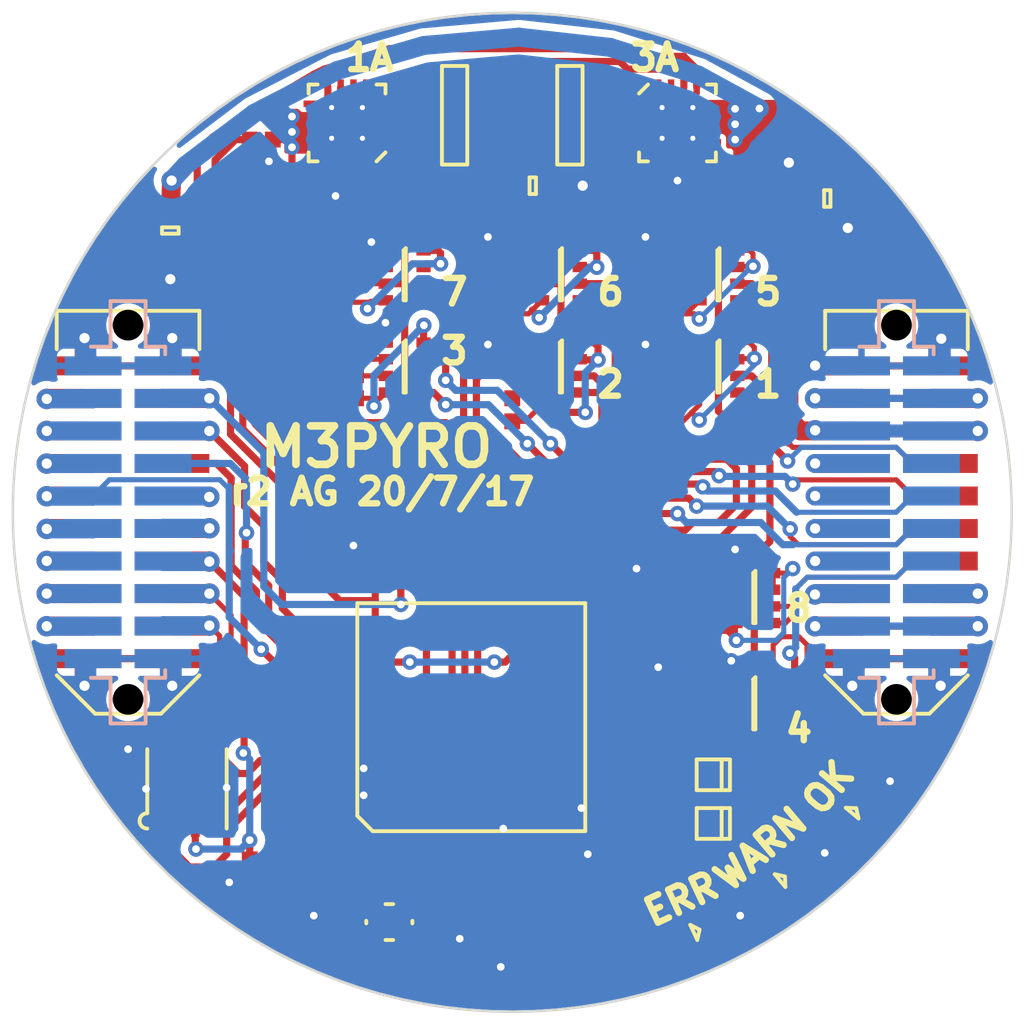
<source format=kicad_pcb>
(kicad_pcb (version 20221018) (generator pcbnew)
  (layers (0 "F.Cu" signal) (31 "B.Cu" signal) (34 "B.Paste" user) (35 "F.Paste" user) (36 "B.SilkS" user "B.Silkscreen") (37 "F.SilkS" user "F.Silkscreen") (38 "B.Mask" user) (39 "F.Mask" user) (44 "Edge.Cuts" user))
  (net 0 "")
  (net 1 "Net-(C1-Pad2)")
  (net 2 "GND")
  (net 3 "Net-(C6-Pad1)")
  (net 4 "Net-(IC2-Pad1)")
  (net 5 "/BUS")
  (net 6 "Net-(IC4-Pad1)")
  (net 7 "/3v3_IMU")
  (net 8 "/JTMS")
  (net 9 "/3v3_RADIO")
  (net 10 "/JTCK")
  (net 11 "/3v3_FC")
  (net 12 "/JTDO")
  (net 13 "3v3")
  (net 14 "/JTDR")
  (net 15 "/3v3_DL")
  (net 16 "/RSVD1")
  (net 17 "/3v3_AUX1")
  (net 18 "/5v_CAN")
  (net 19 "/3v3_AUX2")
  (net 20 "/CAN-")
  (net 21 "/RSVD2")
  (net 22 "/CAN+")
  (net 23 "/CHARGE")
  (net 24 "/PWR")
  (net 25 "/5v_CAM")
  (net 26 "/PYRO4")
  (net 27 "/5v_AUX2")
  (net 28 "/PYRO3")
  (net 29 "/5v_AUX1")
  (net 30 "/PYRO2")
  (net 31 "/5v_IMU")
  (net 32 "/PYRO1")
  (net 33 "/5v_RADIO")
  (net 34 "/PYRO_SI")
  (net 35 "/PYRO_SO")
  (net 36 "/CONT")
  (net 37 "/CONT_EN")
  (net 38 "/JTDI")
  (net 39 "/PYRO8")
  (net 40 "/PYRO7")
  (net 41 "/PYRO6")
  (net 42 "/PYRO5")
  (net 43 "Net-(IC2-Pad4)")
  (net 44 "Net-(IC2-Pad9)")
  (net 45 "/3A_EN")
  (net 46 "/1A_EN")
  (net 47 "Net-(IC4-Pad9)")
  (net 48 "Net-(IC4-Pad4)")
  (net 49 "Net-(IC1-Pad2)")
  (net 50 "Net-(IC1-Pad3)")
  (net 51 "Net-(IC1-Pad4)")
  (net 52 "Net-(IC1-Pad6)")
  (net 53 "Net-(IC1-Pad8)")
  (net 54 "Net-(IC1-Pad9)")
  (net 55 "Net-(IC1-Pad10)")
  (net 56 "Net-(IC1-Pad11)")
  (net 57 "Net-(IC1-Pad17)")
  (net 58 "Net-(IC1-Pad26)")
  (net 59 "Net-(IC1-Pad27)")
  (net 60 "Net-(IC1-Pad28)")
  (net 61 "Net-(IC1-Pad29)")
  (net 62 "Net-(C11-Pad1)")
  (net 63 "Net-(C10-Pad1)")
  (net 64 "Net-(IC1-Pad51)")
  (net 65 "Net-(IC1-Pad52)")
  (net 66 "Net-(IC1-Pad53)")
  (net 67 "Net-(IC1-Pad54)")
  (net 68 "Net-(IC1-Pad56)")
  (net 69 "Net-(IC1-Pad57)")
  (net 70 "Net-(IC1-Pad58)")
  (net 71 "/CAN_RXD")
  (net 72 "/CAN_TXD")
  (net 73 "/CH3")
  (net 74 "Net-(Q3-Pad4)")
  (net 75 "Net-(Q8-Pad4)")
  (net 76 "/CH8")
  (net 77 "/CH1")
  (net 78 "Net-(Q1-Pad4)")
  (net 79 "Net-(Q2-Pad4)")
  (net 80 "/CH2")
  (net 81 "/CH4")
  (net 82 "Net-(Q4-Pad4)")
  (net 83 "Net-(Q5-Pad4)")
  (net 84 "/CH5")
  (net 85 "/CH6")
  (net 86 "Net-(Q6-Pad4)")
  (net 87 "Net-(Q7-Pad4)")
  (net 88 "/CH7")
  (net 89 "Net-(D3-Pad2)")
  (net 90 "Net-(D2-Pad2)")
  (net 91 "Net-(D1-Pad2)")
  (net 92 "/SI_DIV")
  (net 93 "/LED_RED")
  (net 94 "/LED_YLW")
  (net 95 "/LED_GRN")
  (net 96 "/BUS_DIV")
  (net 97 "Net-(IC1-Pad7)")
  (net 98 "Net-(IC1-Pad35)")
  (net 99 "Net-(IC1-Pad30)")
  (footprint "agg:XTAL-20x16" (layer "F.Cu") (at 95.2 116 -90)
    (fp_text reference "Y1")
    (fp_text value "26M")
  )
  (footprint "agg:XFL4020" (layer "F.Cu") (at 102.25 84.5 180)
    (fp_text reference "L1")
    (fp_text value "2µ2")
  )
  (footprint "agg:XFL4020" (layer "F.Cu") (at 97.75 84.5)
    (fp_text reference "L2")
    (fp_text value "2µ2")
  )
  (footprint "agg:TFML-110-02-L-D" (layer "F.Cu") (at 85 100 -90)
    (fp_text reference "J1")
    (fp_text value "WEST TOP")
  )
  (footprint "agg:TFML-110-02-L-D" (layer "F.Cu") (at 115 100 -90)
    (fp_text reference "J3")
    (fp_text value "EAST TOP")
  )
  (footprint "agg:SOD-323" (layer "F.Cu") (at 107.85 112.15 180)
    (fp_text reference "D5")
    (fp_text value "PMEG2005AEA")
  )
  (footprint "agg:SOD-323" (layer "F.Cu") (at 107.85 110.25 180)
    (fp_text reference "D4")
    (fp_text value "PMEG2005AEA")
  )
  (footprint "agg:QFN-16-EP-TI" (layer "F.Cu") (at 106.45 84.8)
    (fp_text reference "IC2")
    (fp_text value "TPS62130")
  )
  (footprint "agg:QFN-16-EP-TI" (layer "F.Cu") (at 93.55 84.8 180)
    (fp_text reference "IC4")
    (fp_text value "TPS62150")
  )
  (footprint "agg:LQFP-64" (layer "F.Cu") (at 98.4 108 90)
    (fp_text reference "IC1")
    (fp_text value "STM32F405RxTx")
  )
  (footprint "agg:DFN-8-EP-MICROCHIP" (layer "F.Cu") (at 87.3 110.8 90)
    (fp_text reference "IC3")
    (fp_text value "MCP2562")
  )
  (footprint "agg:ChipFET-1206-8" (layer "F.Cu") (at 108.05 90.75)
    (fp_text reference "Q3")
    (fp_text value "Si5515CDC")
  )
  (footprint "agg:ChipFET-1206-8" (layer "F.Cu") (at 109.45 107.5)
    (fp_text reference "Q8")
    (fp_text value "Si5515CDC")
  )
  (footprint "agg:ChipFET-1206-8" (layer "F.Cu") (at 95.8 90.75)
    (fp_text reference "Q1")
    (fp_text value "Si5515CDC")
  )
  (footprint "agg:ChipFET-1206-8" (layer "F.Cu") (at 101.9 90.75)
    (fp_text reference "Q2")
    (fp_text value "Si5515CDC")
  )
  (footprint "agg:ChipFET-1206-8" (layer "F.Cu") (at 109.45 103.35)
    (fp_text reference "Q4")
    (fp_text value "Si5515CDC")
  )
  (footprint "agg:ChipFET-1206-8" (layer "F.Cu") (at 95.8 94.35)
    (fp_text reference "Q5")
    (fp_text value "Si5515CDC")
  )
  (footprint "agg:ChipFET-1206-8" (layer "F.Cu") (at 101.9 94.35)
    (fp_text reference "Q6")
    (fp_text value "Si5515CDC")
  )
  (footprint "agg:ChipFET-1206-8" (layer "F.Cu") (at 108.05 94.35)
    (fp_text reference "Q7")
    (fp_text value "Si5515CDC")
  )
  (footprint "agg:0603-LED" (layer "F.Cu") (at 113.35 111.65 -130)
    (fp_text reference "D3")
    (fp_text value "GRN")
  )
  (footprint "agg:0603-LED" (layer "F.Cu") (at 110.55 114.3 -140)
    (fp_text reference "D2")
    (fp_text value "YLW")
  )
  (footprint "agg:0603-LED" (layer "F.Cu") (at 107.2 116.35 -155)
    (fp_text reference "D1")
    (fp_text value "RED")
  )
  (footprint "agg:0603" (layer "F.Cu") (at 100.8 87.25)
    (fp_text reference "C16")
    (fp_text value "22µ")
  )
  (footprint "agg:0603" (layer "F.Cu") (at 112.3 87.75)
    (fp_text reference "C12")
    (fp_text value "10µ")
  )
  (footprint "agg:0402" (layer "F.Cu") (at 91.1 112.1 -90)
    (fp_text reference "C4")
    (fp_text value "100n")
  )
  (footprint "agg:0402" (layer "F.Cu") (at 100 116.9)
    (fp_text reference "C5")
    (fp_text value "1µ")
  )
  (footprint "agg:0402" (layer "F.Cu") (at 89.75 114 -90)
    (fp_text reference "C15")
    (fp_text value "100n")
  )
  (footprint "agg:0402" (layer "F.Cu") (at 90.95 87 180)
    (fp_text reference "C14")
    (fp_text value "100n")
  )
  (footprint "agg:0402" (layer "F.Cu") (at 109.45 86.35)
    (fp_text reference "C13")
    (fp_text value "100n")
  )
  (footprint "agg:0402" (layer "F.Cu") (at 105.7 104.75 -90)
    (fp_text reference "C11")
    (fp_text value "2µ2")
  )
  (footprint "agg:0402" (layer "F.Cu") (at 94.85 100.7 180)
    (fp_text reference "C10")
    (fp_text value "2µ2")
  )
  (footprint "agg:0402" (layer "F.Cu") (at 100 115.7)
    (fp_text reference "C9")
    (fp_text value "100n")
  )
  (footprint "agg:0402" (layer "F.Cu") (at 92.75 101.9 180)
    (fp_text reference "C8")
    (fp_text value "100n")
  )
  (footprint "agg:0402" (layer "F.Cu") (at 97.3 116.2 90)
    (fp_text reference "C1")
    (fp_text value "10p")
  )
  (footprint "agg:0402" (layer "F.Cu") (at 104.05 114.1)
    (fp_text reference "C7")
    (fp_text value "100n")
  )
  (footprint "agg:0402" (layer "F.Cu") (at 93.1 116.2 90)
    (fp_text reference "C6")
    (fp_text value "10p")
  )
  (footprint "agg:0402" (layer "F.Cu") (at 88.85 87)
    (fp_text reference "R8")
    (fp_text value "3k3")
  )
  (footprint "agg:0402" (layer "F.Cu") (at 105.7 102.65 -90)
    (fp_text reference "C3")
    (fp_text value "100n")
  )
  (footprint "agg:0402" (layer "F.Cu") (at 104.05 117.7)
    (fp_text reference "R2")
    (fp_text value "100")
  )
  (footprint "agg:0402" (layer "F.Cu") (at 104.05 116.5)
    (fp_text reference "R3")
    (fp_text value "100")
  )
  (footprint "agg:0402" (layer "F.Cu") (at 104.05 115.3)
    (fp_text reference "R4")
    (fp_text value "100")
  )
  (footprint "agg:0402" (layer "F.Cu") (at 95.2 117.9)
    (fp_text reference "R5")
    (fp_text value "100")
  )
  (footprint "agg:0402" (layer "F.Cu") (at 90.2 85.45 180)
    (fp_text reference "R7")
    (fp_text value "10k")
  )
  (footprint "agg:0402" (layer "F.Cu") (at 106.15 96 -90)
    (fp_text reference "R18")
    (fp_text value "10k")
  )
  (footprint "agg:0402" (layer "F.Cu") (at 98.2 87.4 180)
    (fp_text reference "R9")
    (fp_text value "10k")
  )
  (footprint "agg:0402" (layer "F.Cu") (at 92.75 100.7 180)
    (fp_text reference "C2")
    (fp_text value "4µ7")
  )
  (footprint "agg:0402" (layer "F.Cu") (at 96.1 87.4 180)
    (fp_text reference "R10")
    (fp_text value "3k3")
  )
  (footprint "agg:0402" (layer "F.Cu") (at 93.45 89.55)
    (fp_text reference "R11")
    (fp_text value "10k")
  )
  (footprint "agg:0402" (layer "F.Cu") (at 106.15 89.7 90)
    (fp_text reference "R12")
    (fp_text value "10k")
  )
  (footprint "agg:0402" (layer "F.Cu") (at 93.45 93.15)
    (fp_text reference "R13")
    (fp_text value "10k")
  )
  (footprint "agg:0402" (layer "F.Cu") (at 106.15 93.9 90)
    (fp_text reference "R14")
    (fp_text value "10k")
  )
  (footprint "agg:0402" (layer "F.Cu") (at 93.45 91.15 180)
    (fp_text reference "R15")
    (fp_text value "10k")
  )
  (footprint "agg:0402" (layer "F.Cu") (at 106.15 91.8 -90)
    (fp_text reference "R16")
    (fp_text value "10k")
  )
  (footprint "agg:0402" (layer "F.Cu") (at 93.9 95.1 -90)
    (fp_text reference "R17")
    (fp_text value "10k")
  )
  (footprint "agg:0402" (layer "F.Cu") (at 107.55 108.4 -90)
    (fp_text reference "R28")
    (fp_text value "10k")
  )
  (footprint "agg:0402" (layer "F.Cu") (at 91.15 89.5 -90)
    (fp_text reference "R19")
    (fp_text value "3k3")
  )
  (footprint "agg:0402" (layer "F.Cu") (at 89.95 89.5 90)
    (fp_text reference "R20")
    (fp_text value "3k3")
  )
  (footprint "agg:0402" (layer "F.Cu") (at 100 89.7 90)
    (fp_text reference "R21")
    (fp_text value "10k")
  )
  (footprint "agg:0402" (layer "F.Cu") (at 107.55 102.1 90)
    (fp_text reference "R22")
    (fp_text value "10k")
  )
  (footprint "agg:0402" (layer "F.Cu") (at 100 93.9 90)
    (fp_text reference "R23")
    (fp_text value "10k")
  )
  (footprint "agg:0402" (layer "F.Cu") (at 107.55 106.3 90)
    (fp_text reference "R24")
    (fp_text value "10k")
  )
  (footprint "agg:0402" (layer "F.Cu") (at 100 91.8 -90)
    (fp_text reference "R25")
    (fp_text value "10k")
  )
  (footprint "agg:0402" (layer "F.Cu") (at 107.55 104.2 -90)
    (fp_text reference "R26")
    (fp_text value "10k")
  )
  (footprint "agg:0402" (layer "F.Cu") (at 100 96 -90)
    (fp_text reference "R27")
    (fp_text value "10k")
  )
  (footprint "agg:0603" (layer "F.Cu") (at 86.65 89 -90)
    (fp_text reference "C17")
    (fp_text value "10µ")
  )
  (footprint "agg:SFML-110-02-L-D-LC" (layer "B.Cu") (at 85 100 -90)
    (fp_text reference "J2")
    (fp_text value "WEST BOT")
  )
  (footprint "agg:SFML-110-02-L-D-LC" (layer "B.Cu") (at 115 100 -90)
    (fp_text reference "J4")
    (fp_text value "EAST BOT")
  )
  (gr_circle (center 100 100) (end 119.5 100) (stroke (width 0.1)) (fill none) (layer "Edge.Cuts"))
  (gr_text "3" (at 97.1 93.7) (layer "F.SilkS") (effects (font (size 1 1) (thickness 0.25)) (justify left)))
  (gr_text "6" (at 103.2 91.4) (layer "F.SilkS") (effects (font (size 1 1) (thickness 0.25)) (justify left)))
  (gr_text "2" (at 103.2 95) (layer "F.SilkS") (effects (font (size 1 1) (thickness 0.25)) (justify left)))
  (gr_text "5" (at 109.35 91.4) (layer "F.SilkS") (effects (font (size 1 1) (thickness 0.25)) (justify left)))
  (gr_text "1" (at 109.35 95) (layer "F.SilkS") (effects (font (size 1 1) (thickness 0.25)) (justify left)))
  (gr_text "8" (at 110.55 103.75) (layer "F.SilkS") (effects (font (size 1 1) (thickness 0.25)) (justify left)))
  (gr_text "4" (at 110.55 108.45) (layer "F.SilkS") (effects (font (size 1 1) (thickness 0.25)) (justify left)))
  (gr_text "3A" (at 104.5 82.25) (layer "F.SilkS") (effects (font (size 1 1) (thickness 0.25)) (justify left)))
  (gr_text "1A" (at 95.5 82.25) (layer "F.SilkS") (effects (font (size 1 1) (thickness 0.25)) (justify right)))
  (gr_text "WARN" (at 109.7 113.15 40) (layer "F.SilkS") (effects (font (size 1 1) (thickness 0.25))))
  (gr_text "ERR" (at 106.6 115.1 25) (layer "F.SilkS") (effects (font (size 1 1) (thickness 0.25))))
  (gr_text "M3PYRO" (at 90 97.45) (layer "F.SilkS") (effects (font (size 1.5 1.5) (thickness 0.3)) (justify left)))
  (gr_text "OK" (at 112.35 110.75 50) (layer "F.SilkS") (effects (font (size 1 1) (thickness 0.25))))
  (gr_text "r2 AG 20/7/17" (at 88.85 99.2) (layer "F.SilkS") (effects (font (size 1 1) (thickness 0.25)) (justify left)))
  (gr_text "7" (at 97.1 91.4) (layer "F.SilkS") (effects (font (size 1 1) (thickness 0.25)) (justify left)))
  (segment (start 96.6 115.425) (end 96.975 115.425) (width 0.28) (layer "F.Cu") (net 1))
  (segment (start 96.65 113.7) (end 96.65 115.375) (width 0.28) (layer "F.Cu") (net 1))
  (segment (start 95.925 115.425) (end 96.6 115.425) (width 0.28) (layer "F.Cu") (net 1))
  (segment (start 96.975 115.425) (end 97.3 115.75) (width 0.28) (layer "F.Cu") (net 1))
  (segment (start 96.65 115.375) (end 96.6 115.425) (width 0.28) (layer "F.Cu") (net 1))
  (segment (start 93.95 109.75) (end 94.2 110) (width 0.28) (layer "F.Cu") (net 2))
  (segment (start 113.285 94.285) (end 111.835 94.285) (width 0.74) (layer "F.Cu") (net 2))
  (segment (start 86.715 105.715) (end 84.975 105.715) (width 0.28) (layer "F.Cu") (net 2))
  (segment (start 92.7 111.25) (end 94 111.25) (width 0.28) (layer "F.Cu") (net 2))
  (segment (start 113.1 87.75) (end 113.1 88.9) (width 0.74) (layer "F.Cu") (net 2))
  (segment (start 94.125 93.375) (end 93.9 93.15) (width 0.2) (layer "F.Cu") (net 2))
  (segment (start 93.2 101.3) (end 93.2 101.9) (width 0.28) (layer "F.Cu") (net 2))
  (segment (start 99.55 116.9) (end 99.55 117.75) (width 0.28) (layer "F.Cu") (net 2))
  (segment (start 111.162836 113.78577) (end 111.71423 113.78577) (width 0.28) (layer "F.Cu") (net 2))
  (segment (start 106.7 86.2) (end 106.7 86.9) (width 0.28) (layer "F.Cu") (net 2))
  (segment (start 92.7 111.25) (end 91.5 111.25) (width 0.28) (layer "F.Cu") (net 2))
  (segment (start 107.3135 89.775) (end 106.7885 89.25) (width 0.2) (layer "F.Cu") (net 2))
  (segment (start 107.6 105.8) (end 107.55 105.85) (width 0.2) (layer "F.Cu") (net 2))
  (segment (start 105.7 83.4) (end 105.7 84.05) (width 0.28) (layer "F.Cu") (net 2))
  (segment (start 92.8 83.4) (end 92.8 84.05) (width 0.28) (layer "F.Cu") (net 2))
  (segment (start 99.55 115.7) (end 99.55 115.45) (width 0.28) (layer "F.Cu") (net 2))
  (segment (start 116.715 106.765) (end 116.725 106.775) (width 0.74) (layer "F.Cu") (net 2))
  (segment (start 101.1635 93.375) (end 100.075 93.375) (width 0.2) (layer "F.Cu") (net 2))
  (segment (start 108.7135 105.9635) (end 108.55 105.8) (width 0.2) (layer "F.Cu") (net 2))
  (segment (start 108.55 105.8) (end 107.9 105.8) (width 0.2) (layer "F.Cu") (net 2))
  (segment (start 106.45 86.9) (end 106.7 86.9) (width 0.28) (layer "F.Cu") (net 2))
  (segment (start 107.9885 101.65) (end 108.7135 102.375) (width 0.2) (layer "F.Cu") (net 2))
  (segment (start 86.715 94.285) (end 86.715 93.21) (width 0.74) (layer "F.Cu") (net 2))
  (segment (start 93.3 83.4) (end 93.3 84.55) (width 0.28) (layer "F.Cu") (net 2))
  (segment (start 104.1 111.25) (end 103 111.25) (width 0.28) (layer "F.Cu") (net 2))
  (segment (start 106.2 84.55) (end 106.45 84.8) (width 0.28) (layer "F.Cu") (net 2))
  (segment (start 89.75 114.45) (end 88.95 114.45) (width 0.28) (layer "F.Cu") (net 2))
  (segment (start 86.325 109.975) (end 87.15 110.8) (width 0.28) (layer "F.Cu") (net 2))
  (segment (start 99.83 112.35) (end 99.65 112.35) (width 0.28) (layer "F.Cu") (net 2))
  (segment (start 107.9 105.8) (end 107.6 105.8) (width 0.2) (layer "F.Cu") (net 2))
  (segment (start 106.2 86.9) (end 106.45 86.9) (width 0.28) (layer "F.Cu") (net 2))
  (segment (start 89.3 87) (end 90.5 87) (width 0.28) (layer "F.Cu") (net 2))
  (segment (start 93.8 84.55) (end 93.55 84.8) (width 0.28) (layer "F.Cu") (net 2))
  (segment (start 94.825 89.775) (end 94.5 89.45) (width 0.28) (layer "F.Cu") (net 2))
  (segment (start 106.7 86.9) (end 107.1 86.9) (width 0.28) (layer "F.Cu") (net 2))
  (segment (start 93.8 83.4) (end 93.8 84.55) (width 0.28) (layer "F.Cu") (net 2))
  (segment (start 108.4115 105.8) (end 108.2 106.0115) (width 0.2) (layer "F.Cu") (net 2))
  (segment (start 108.3115 105.8) (end 108.15 105.9615) (width 0.2) (layer "F.Cu") (net 2))
  (segment (start 111.71423 113.78577) (end 112.2 113.3) (width 0.28) (layer "F.Cu") (net 2))
  (segment (start 93.2 100.7) (end 93.2 101.3) (width 0.28) (layer "F.Cu") (net 2))
  (segment (start 101.6 87.25) (end 102.75 87.25) (width 0.74) (layer "F.Cu") (net 2))
  (segment (start 100.075 93.375) (end 100 93.45) (width 0.2) (layer "F.Cu") (net 2))
  (segment (start 100.15 112.67) (end 99.83 112.35) (width 0.28) (layer "F.Cu") (net 2))
  (segment (start 93.2 100.7) (end 93.8 100.7) (width 0.28) (layer "F.Cu") (net 2))
  (segment (start 108.638095 116.011905) (end 108.9 115.75) (width 0.28) (layer "F.Cu") (net 2))
  (segment (start 111.835 94.285) (end 111.825 94.275) (width 0.74) (layer "F.Cu") (net 2))
  (segment (start 106.225 93.375) (end 106.15 93.45) (width 0.2) (layer "F.Cu") (net 2))
  (segment (start 107.55 101.65) (end 107.9885 101.65) (width 0.2) (layer "F.Cu") (net 2))
  (segment (start 100 93.45) (end 99.05 93.45) (width 0.28) (layer "F.Cu") (net 2))
  (segment (start 108.7135 102.375) (end 108.7135 101.4635) (width 0.2) (layer "F.Cu") (net 2))
  (segment (start 106.2 83.4) (end 106.2 84.55) (width 0.28) (layer "F.Cu") (net 2))
  (segment (start 94.3 83.4) (end 94.3 84.05) (width 0.28) (layer "F.Cu") (net 2))
  (segment (start 86.975 112.35) (end 86.975 111.125) (width 0.28) (layer "F.Cu") (net 2))
  (segment (start 83.285 105.715) (end 83.285 106.76) (width 0.74) (layer "F.Cu") (net 2))
  (segment (start 103 111.25) (end 102.7 111.55) (width 0.28) (layer "F.Cu") (net 2))
  (segment (start 95.0635 89.775) (end 94.125 89.775) (width 0.2) (layer "F.Cu") (net 2))
  (segment (start 95.0635 93.375) (end 95.0635 92.6135) (width 0.28) (layer "F.Cu") (net 2))
  (segment (start 113.86423 111.037164) (end 114.212836 111.037164) (width 0.28) (layer "F.Cu") (net 2))
  (segment (start 97.3 116.65) (end 96 116.65) (width 0.28) (layer "F.Cu") (net 2))
  (segment (start 106.2 86.2) (end 106.2 86.9) (width 0.28) (layer "F.Cu") (net 2))
  (segment (start 106.45 86.9) (end 106.45 87.05) (width 0.28) (layer "F.Cu") (net 2))
  (segment (start 87.15 110.8) (end 87.3 110.8) (width 0.28) (layer "F.Cu") (net 2))
  (segment (start 94.3 85.55) (end 94.15 85.4) (width 0.28) (layer "F.Cu") (net 2))
  (segment (start 113.285 105.715) (end 116.715 105.715) (width 0.28) (layer "F.Cu") (net 2))
  (segment (start 108.4 105.95) (end 108.55 105.8) (width 0.2) (layer "F.Cu") (net 2))
  (segment (start 113.285 105.715) (end 113.285 106.765) (width 0.74) (layer "F.Cu") (net 2))
  (segment (start 97.3 116.65) (end 97.95 116.65) (width 0.28) (layer "F.Cu") (net 2))
  (segment (start 106.15 89.25) (end 105.2 89.25) (width 0.28) (layer "F.Cu") (net 2))
  (segment (start 108.7135 101.4635) (end 108.7 101.45) (width 0.2) (layer "F.Cu") (net 2))
  (segment (start 95.65 87.4) (end 95.3 87.75) (width 0.28) (layer "F.Cu") (net 2))
  (segment (start 94.125 89.775) (end 93.9 89.55) (width 0.2) (layer "F.Cu") (net 2))
  (segment (start 83.285 94.285) (end 86.715 94.285) (width 0.28) (layer "F.Cu") (net 2))
  (segment (start 86.715 106.765) (end 86.725 106.775) (width 0.74) (layer "F.Cu") (net 2))
  (segment (start 106.7885 89.25) (end 106.15 89.25) (width 0.2) (layer "F.Cu") (net 2))
  (segment (start 107.925046 116.011905) (end 108.638095 116.011905) (width 0.28) (layer "F.Cu") (net 2))
  (segment (start 87.3 110.8) (end 88.8 110.8) (width 0.28) (layer "F.Cu") (net 2))
  (segment (start 105.7 86.2) (end 105.7 86.8) (width 0.28) (layer "F.Cu") (net 2))
  (segment (start 93.8 100.7) (end 94.4 100.7) (width 0.28) (layer "F.Cu") (net 2))
  (segment (start 100 89.25) (end 99.05 89.25) (width 0.28) (layer "F.Cu") (net 2))
  (segment (start 100.15 114.85) (end 100.15 113.7) (width 0.28) (layer "F.Cu") (net 2))
  (segment (start 105.8 86.9) (end 106.2 86.9) (width 0.28) (layer "F.Cu") (net 2))
  (segment (start 86.325 109.25) (end 86.325 109.975) (width 0.28) (layer "F.Cu") (net 2))
  (segment (start 108.7135 106.525) (end 108.7135 106.3635) (width 0.2) (layer "F.Cu") (net 2))
  (segment (start 93.3 84.55) (end 93.55 84.8) (width 0.28) (layer "F.Cu") (net 2))
  (segment (start 92.8 84.05) (end 92.95 84.2) (width 0.28) (layer "F.Cu") (net 2))
  (segment (start 108.4 106.2115) (end 108.4 105.95) (width 0.2) (layer "F.Cu") (net 2))
  (segment (start 93.1 115.75) (end 92.25 115.75) (width 0.28) (layer "F.Cu") (net 2))
  (segment (start 108.2 106.0115) (end 108.4 106.2115) (width 0.2) (layer "F.Cu") (net 2))
  (segment (start 95.3 87.75) (end 93.2 87.75) (width 0.28) (layer "F.Cu") (net 2))
  (segment (start 107.3135 93.375) (end 106.225 93.375) (width 0.2) (layer "F.Cu") (net 2))
  (segment (start 107.2 86.8) (end 107.2 86.2) (width 0.28) (layer "F.Cu") (net 2))
  (segment (start 93.9 86.75) (end 94.2 86.75) (width 0.28) (layer "F.Cu") (net 2))
  (segment (start 91.5 111.25) (end 91.1 111.65) (width 0.28) (layer "F.Cu") (net 2))
  (segment (start 108.0385 105.85) (end 108.15 105.9615) (width 0.2) (layer "F.Cu") (net 2))
  (segment (start 99.55 115.45) (end 100.15 114.85) (width 0.28) (layer "F.Cu") (net 2))
  (segment (start 107.1 86.9) (end 107.2 86.8) (width 0.28) (layer "F.Cu") (net 2))
  (segment (start 105.7 102.2) (end 104.85 102.2) (width 0.28) (layer "F.Cu") (net 2))
  (segment (start 86.975 111.125) (end 87.3 110.8) (width 0.28) (layer "F.Cu") (net 2))
  (segment (start 100.15 113.7) (end 100.15 112.67) (width 0.28) (layer "F.Cu") (net 2))
  (segment (start 109.9 86.35) (end 110.8 86.35) (width 0.74) (layer "F.Cu") (net 2))
  (segment (start 86.715 93.21) (end 86.725 93.2) (width 0.74) (layer "F.Cu") (net 2))
  (segment (start 107.55 105.85) (end 107.85 105.85) (width 0.2) (layer "F.Cu") (net 2))
  (segment (start 106.15 93.45) (end 105.2 93.45) (width 0.28) (layer "F.Cu") (net 2))
  (segment (start 108.15 105.9615) (end 108.2 106.0115) (width 0.2) (layer "F.Cu") (net 2))
  (segment (start 83.285 106.76) (end 83.3 106.775) (width 0.74) (layer "F.Cu") (net 2))
  (segment (start 113.285 94.285) (end 116.715 94.285) (width 0.28) (layer "F.Cu") (net 2))
  (segment (start 93.8 100.7) (end 93.8 101.3) (width 0.28) (layer "F.Cu") (net 2))
  (segment (start 94.3 86.65) (end 94.3 86.2) (width 0.28) (layer "F.Cu") (net 2))
  (segment (start 94.475 115.425) (end 93.425 115.425) (width 0.28) (layer "F.Cu") (net 2))
  (segment (start 107.9 105.8) (end 107.85 105.85) (width 0.2) (layer "F.Cu") (net 2))
  (segment (start 94.3 84.05) (end 94.15 84.2) (width 0.28) (layer "F.Cu") (net 2))
  (segment (start 116.715 93.26) (end 116.75 93.225) (width 0.74) (layer "F.Cu") (net 2))
  (segment (start 108.55 106.224264) (end 108.55 105.8) (width 0.2) (layer "F.Cu") (net 2))
  (segment (start 94.2 86.75) (end 94.3 86.65) (width 0.28) (layer "F.Cu") (net 2))
  (segment (start 108.7135 106.3635) (end 108.689236 106.3635) (width 0.2) (layer "F.Cu") (net 2))
  (segment (start 86.65 89.8) (end 86.65 90.9) (width 0.74) (layer "F.Cu") (net 2))
  (segment (start 93.2 87.75) (end 93.1 87.65) (width 0.28) (layer "F.Cu") (net 2))
  (segment (start 103.6 114.1) (end 103.6 114) (width 0.28) (layer "F.Cu") (net 2))
  (segment (start 84.975 105.715) (end 83.285 105.715) (width 0.28) (layer "F.Cu") (net 2))
  (segment (start 83.285 93.215) (end 83.3 93.2) (width 0.74) (layer "F.Cu") (net 2))
  (segment (start 83.285 94.285) (end 83.285 93.215) (width 0.74) (layer "F.Cu") (net 2))
  (segment (start 108.55 105.8) (end 108.4115 105.8) (width 0.2) (layer "F.Cu") (net 2))
  (segment (start 108.7135 106.525) (end 108.7135 105.9635) (width 0.2) (layer "F.Cu") (net 2))
  (segment (start 99.55 115.7) (end 99.55 116.9) (width 0.28) (layer "F.Cu") (net 2))
  (segment (start 93.425 115.425) (end 93.1 115.75) (width 0.28) (layer "F.Cu") (net 2))
  (segment (start 93.8 86.2) (end 93.8 86.65) (width 0.28) (layer "F.Cu") (net 2))
  (segment (start 108.55 105.8) (end 108.3115 105.8) (width 0.2) (layer "F.Cu") (net 2))
  (segment (start 94.45 89.45) (end 94.35 89.55) (width 0.28) (layer "F.Cu") (net 2))
  (segment (start 113.285 106.765) (end 113.275 106.775) (width 0.74) (layer "F.Cu") (net 2))
  (segment (start 107.85 105.85) (end 108.0385 105.85) (width 0.2) (layer "F.Cu") (net 2))
  (segment (start 94.3 86.2) (end 94.3 85.55) (width 0.28) (layer "F.Cu") (net 2))
  (segment (start 108.4 106.2115) (end 108.7135 106.525) (width 0.2) (layer "F.Cu") (net 2))
  (segment (start 87.3 110.8) (end 85.7 110.8) (width 0.28) (layer "F.Cu") (net 2))
  (segment (start 86.715 105.715) (end 86.715 106.765) (width 0.74) (layer "F.Cu") (net 2))
  (segment (start 94.5 89.45) (end 94.45 89.45) (width 0.28) (layer "F.Cu") (net 2))
  (segment (start 108.689236 106.3635) (end 108.55 106.224264) (width 0.2) (layer "F.Cu") (net 2))
  (segment (start 88.8 110.8) (end 88.85 110.75) (width 0.28) (layer "F.Cu") (net 2))
  (segment (start 105.7 84.05) (end 105.85 84.2) (width 0.28) (layer "F.Cu") (net 2))
  (segment (start 90.5 87) (end 90.5 86.3) (width 0.5) (layer "F.Cu") (net 2))
  (segment (start 86.325 109.25) (end 85 109.25) (width 0.28) (layer "F.Cu") (net 2))
  (segment (start 96 116.65) (end 95.925 116.575) (width 0.28) (layer "F.Cu") (net 2))
  (segment (start 92.7 109.75) (end 93.95 109.75) (width 0.28) (layer "F.Cu") (net 2))
  (segment (start 94.35 89.55) (end 93.9 89.55) (width 0.28) (layer "F.Cu") (net 2))
  (segment (start 116.715 105.715) (end 116.715 106.765) (width 0.74) (layer "F.Cu") (net 2))
  (segment (start 105.7 86.8) (end 105.8 86.9) (width 0.28) (layer "F.Cu") (net 2))
  (segment (start 100 89.25) (end 100.6385 89.25) (width 0.2) (layer "F.Cu") (net 2))
  (segment (start 100.6385 89.25) (end 101.1635 89.775) (width 0.2) (layer "F.Cu") (net 2))
  (segment (start 93.8 86.65) (end 93.9 86.75) (width 0.28) (layer "F.Cu") (net 2))
  (segment (start 103.6 114) (end 102.95 113.35) (width 0.28) (layer "F.Cu") (net 2))
  (segment (start 95.0635 92.6135) (end 95.05 92.6) (width 0.28) (layer "F.Cu") (net 2))
  (segment (start 95.0635 89.775) (end 94.825 89.775) (width 0.28) (layer "F.Cu") (net 2))
  (segment (start 93.2 101.3) (end 93.8 101.3) (width 0.28) (layer "F.Cu") (net 2))
  (segment (start 94 111.25) (end 94.2 111.05) (width 0.28) (layer "F.Cu") (net 2))
  (segment (start 116.715 94.285) (end 116.715 93.26) (width 0.74) (layer "F.Cu") (net 2))
  (segment (start 105.7 105.2) (end 105.7 106.05) (width 0.28) (layer "F.Cu") (net 2))
  (segment (start 114.212836 111.037164) (end 114.75 110.5) (width 0.28) (layer "F.Cu") (net 2))
  (segment (start 95.0635 93.375) (end 94.125 93.375) (width 0.2) (layer "F.Cu") (net 2))
  (via (at 102.95 113.35) (size 0.6) (drill 0.3) (layers "F.Cu" "B.Cu") (net 2))
  (via (at 88.95 114.45) (size 0.6) (drill 0.3) (layers "F.Cu" "B.Cu") (net 2))
  (via (at 86.65 90.9) (size 0.8) (drill 0.4) (layers "F.Cu" "B.Cu") (net 2))
  (via (at 99.05 89.25) (size 0.6) (drill 0.3) (layers "F.Cu" "B.Cu") (net 2))
  (via (at 83.3 106.775) (size 0.8) (drill 0.4) (layers "F.Cu" "B.Cu") (net 2))
  (via (at 105.7 106.05) (size 0.6) (drill 0.3) (layers "F.Cu" "B.Cu") (net 2))
  (via (at 94.2 111.05) (size 0.6) (drill 0.3) (layers "F.Cu" "B.Cu") (net 2))
  (via (at 108.9 115.75) (size 0.6) (drill 0.3) (layers "F.Cu" "B.Cu") (net 2))
  (via (at 114.75 110.5) (size 0.6) (drill 0.3) (layers "F.Cu" "B.Cu") (net 2))
  (via (at 93.8 101.3) (size 0.6) (drill 0.3) (layers "F.Cu" "B.Cu") (net 2))
  (via (at 86.725 93.2) (size 0.8) (drill 0.4) (layers "F.Cu" "B.Cu") (net 2))
  (via (at 116.75 93.225) (size 0.8) (drill 0.4) (layers "F.Cu" "B.Cu") (net 2))
  (via (at 94.2 110) (size 0.6) (drill 0.3) (layers "F.Cu" "B.Cu") (net 2))
  (via (at 102.75 87.25) (size 0.8) (drill 0.4) (layers "F.Cu" "B.Cu") (net 2))
  (via (at 105.2 89.25) (size 0.6) (drill 0.3) (layers "F.Cu" "B.Cu") (net 2))
  (via (at 94.5 89.45) (size 0.6) (drill 0.3) (layers "F.Cu" "B.Cu") (net 2))
  (via (at 108.55 105.8) (size 0.6) (drill 0.3) (layers "F.Cu" "B.Cu") (net 2))
  (via (at 113.1 88.9) (size 0.8) (drill 0.4) (layers "F.Cu" "B.Cu") (net 2))
  (via (at 90.5 86.3) (size 0.6) (drill 0.3) (layers "F.Cu" "B.Cu") (net 2))
  (via (at 102.7 111.55) (size 0.6) (drill 0.3) (layers "F.Cu" "B.Cu") (net 2))
  (via (at 99.05 93.45) (size 0.6) (drill 0.3) (layers "F.Cu" "B.Cu") (net 2))
  (via (at 113.275 106.775) (size 0.8) (drill 0.4) (layers "F.Cu" "B.Cu") (net 2))
  (via (at 92.25 115.75) (size 0.6) (drill 0.3) (layers "F.Cu" "B.Cu") (net 2))
  (via (at 112.2 113.3) (size 0.6) (drill 0.3) (layers "F.Cu" "B.Cu") (net 2))
  (via (at 95.05 92.6) (size 0.6) (drill 0.3) (layers "F.Cu" "B.Cu") (net 2))
  (via (at 93.1 87.65) (size 0.6) (drill 0.3) (layers "F.Cu" "B.Cu") (net 2))
  (via (at 111.825 94.275) (size 0.8) (drill 0.4) (layers "F.Cu" "B.Cu") (net 2))
  (via (at 110.8 86.35) (size 0.8) (drill 0.4) (layers "F.Cu" "B.Cu") (net 2))
  (via (at 116.725 106.775) (size 0.8) (drill 0.4) (layers "F.Cu" "B.Cu") (net 2))
  (via (at 99.65 112.35) (size 0.6) (drill 0.3) (layers "F.Cu" "B.Cu") (net 2))
  (via (at 97.95 116.65) (size 0.6) (drill 0.3) (layers "F.Cu" "B.Cu") (net 2))
  (via (at 105.2 93.45) (size 0.6) (drill 0.3) (layers "F.Cu" "B.Cu") (net 2))
  (via (at 86.725 106.775) (size 0.8) (drill 0.4) (layers "F.Cu" "B.Cu") (net 2))
  (via (at 88.85 110.75) (size 0.6) (drill 0.3) (layers "F.Cu" "B.Cu") (net 2))
  (via (at 108.7 101.45) (size 0.6) (drill 0.3) (layers "F.Cu" "B.Cu") (net 2))
  (via (at 85 109.25) (size 0.6) (drill 0.3) (layers "F.Cu" "B.Cu") (net 2))
  (via (at 106.45 87.05) (size 0.6) (drill 0.3) (layers "F.Cu" "B.Cu") (net 2))
  (via (at 83.3 93.2) (size 0.8) (drill 0.4) (layers "F.Cu" "B.Cu") (net 2))
  (via (at 99.55 117.75) (size 0.6) (drill 0.3) (layers "F.Cu" "B.Cu") (net 2))
  (via (at 104.85 102.2) (size 0.6) (drill 0.3) (layers "F.Cu" "B.Cu") (net 2))
  (via (at 85.7 110.8) (size 0.6) (drill 0.3) (layers "F.Cu" "B.Cu") (net 2))
  (segment (start 116.75 93.9) (end 116.365 94.285) (width 0.74) (layer "B.Cu") (net 2))
  (segment (start 113.625 94.275) (end 113.635 94.285) (width 0.74) (layer "B.Cu") (net 2))
  (segment (start 86.725 106.775) (end 86.725 106.075) (width 0.74) (layer "B.Cu") (net 2))
  (segment (start 113.275 106.075) (end 113.635 105.715) (width 0.74) (layer "B.Cu") (net 2))
  (segment (start 86.725 106.075) (end 86.365 105.715) (width 0.74) (layer "B.Cu") (net 2))
  (segment (start 116.375 94.275) (end 116.365 94.285) (width 0.74) (layer "B.Cu") (net 2))
  (segment (start 83.3 106.775) (end 83.3 106.05) (width 0.74) (layer "B.Cu") (net 2))
  (segment (start 83.3 93.2) (end 83.3 93.95) (width 0.74) (layer "B.Cu") (net 2))
  (segment (start 113.275 106.775) (end 113.275 106.075) (width 0.74) (layer "B.Cu") (net 2))
  (segment (start 86.725 93.2) (end 86.725 93.925) (width 0.74) (layer "B.Cu") (net 2))
  (segment (start 83.3 93.95) (end 83.635 94.285) (width 0.74) (layer "B.Cu") (net 2))
  (segment (start 83.3 106.05) (end 83.635 105.715) (width 0.74) (layer "B.Cu") (net 2))
  (segment (start 116.75 93.225) (end 116.75 93.9) (width 0.74) (layer "B.Cu") (net 2))
  (segment (start 116.725 106.775) (end 116.725 106.075) (width 0.74) (layer "B.Cu") (net 2))
  (segment (start 86.725 93.925) (end 86.365 94.285) (width 0.74) (layer "B.Cu") (net 2))
  (segment (start 111.825 94.275) (end 113.625 94.275) (width 0.74) (layer "B.Cu") (net 2))
  (segment (start 116.725 106.075) (end 116.365 105.715) (width 0.74) (layer "B.Cu") (net 2))
  (segment (start 94.75 116.85) (end 94.475 116.575) (width 0.28) (layer "F.Cu") (net 3))
  (segment (start 94.75 117.9) (end 94.75 116.85) (width 0.28) (layer "F.Cu") (net 3))
  (segment (start 93.175 116.575) (end 93.1 116.65) (width 0.28) (layer "F.Cu") (net 3))
  (segment (start 94.475 116.575) (end 93.175 116.575) (width 0.28) (layer "F.Cu") (net 3))
  (segment (start 105.05 84.55) (end 103.485 84.55) (width 0.28) (layer "F.Cu") (net 4))
  (segment (start 103.95 85.015) (end 103.435 84.5) (width 0.28) (layer "F.Cu") (net 4))
  (segment (start 103.95 85.05) (end 103.95 85.015) (width 0.28) (layer "F.Cu") (net 4))
  (segment (start 105.05 84.05) (end 103.885 84.05) (width 0.28) (layer "F.Cu") (net 4))
  (segment (start 103.485 84.55) (end 103.435 84.5) (width 0.28) (layer "F.Cu") (net 4))
  (segment (start 103.885 84.05) (end 103.435 84.5) (width 0.28) (layer "F.Cu") (net 4))
  (segment (start 105.05 85.05) (end 103.95 85.05) (width 0.28) (layer "F.Cu") (net 4))
  (segment (start 108.7135 103.675) (end 107.625 103.675) (width 0.2) (layer "F.Cu") (net 5))
  (segment (start 100.875 94.675) (end 100 95.55) (width 0.2) (layer "F.Cu") (net 5))
  (segment (start 99.73 88.3) (end 100 88.03) (width 0.28) (layer "F.Cu") (net 5))
  (segment (start 99.68 88.35) (end 99.73 88.3) (width 0.28) (layer "F.Cu") (net 5))
  (segment (start 100 85.2) (end 100.365 85.2) (width 1) (layer "F.Cu") (net 5))
  (segment (start 96.85 88.35) (end 99.4 88.35) (width 0.28) (layer "F.Cu") (net 5))
  (segment (start 99.4 88.35) (end 99.68 88.35) (width 0.28) (layer "F.Cu") (net 5))
  (segment (start 91.15 89.05) (end 89.95 89.05) (width 0.28) (layer "F.Cu") (net 5))
  (segment (start 101.9 88.35) (end 107.15 88.35) (width 0.28) (layer "F.Cu") (net 5))
  (segment (start 101.1635 91.075) (end 100.275 91.075) (width 0.2) (layer "F.Cu") (net 5))
  (segment (start 100 84.5) (end 101.065 84.5) (width 1) (layer "F.Cu") (net 5))
  (segment (start 106.425 91.075) (end 106.15 91.35) (width 0.2) (layer "F.Cu") (net 5))
  (segment (start 95.8 91.05) (end 95.8 88.8) (width 0.28) (layer "F.Cu") (net 5))
  (segment (start 95.0635 91.075) (end 95.775 91.075) (width 0.28) (layer "F.Cu") (net 5))
  (segment (start 109.45 107.533002) (end 109.45 104.85) (width 0.28) (layer "F.Cu") (net 5))
  (segment (start 99.635 85.2) (end 98.935 84.5) (width 1) (layer "F.Cu") (net 5))
  (segment (start 100 85.15) (end 99.45 85.7) (width 1) (layer "F.Cu") (net 5))
  (segment (start 107.3135 91.075) (end 106.425 91.075) (width 0.2) (layer "F.Cu") (net 5))
  (segment (start 100 88.03) (end 100.32 88.35) (width 0.28) (layer "F.Cu") (net 5))
  (segment (start 108.025 91.075) (end 107.3135 91.075) (width 0.28) (layer "F.Cu") (net 5))
  (segment (start 98.935 84.5) (end 100 84.5) (width 1) (layer "F.Cu") (net 5))
  (segment (start 110.059999 98.059999) (end 110.059999 101.140001) (width 0.28) (layer "F.Cu") (net 5))
  (segment (start 108.7135 103.675) (end 109.425 103.675) (width 0.28) (layer "F.Cu") (net 5))
  (segment (start 108.7135 107.825) (end 109.158002 107.825) (width 0.28) (layer "F.Cu") (net 5))
  (segment (start 107.15 88.35) (end 108.05 89.25) (width 0.28) (layer "F.Cu") (net 5))
  (segment (start 100.6 88.35) (end 99.9 88.35) (width 0.28) (layer "F.Cu") (net 5))
  (segment (start 95.0635 94.675) (end 93.925 94.675) (width 0.2) (layer "F.Cu") (net 5))
  (segment (start 95.623 94.675) (end 95.8 94.498) (width 0.28) (layer "F.Cu") (net 5))
  (segment (start 110.059999 101.140001) (end 109.45 101.75) (width 0.28) (layer "F.Cu") (net 5))
  (segment (start 93.975 91.075) (end 93.9 91.15) (width 0.2) (layer "F.Cu") (net 5))
  (segment (start 95.775 91.075) (end 95.8 91.05) (width 0.28) (layer "F.Cu") (net 5))
  (segment (start 100 84.5) (end 100 87.25) (width 1) (layer "F.Cu") (net 5))
  (segment (start 100.6 88.35) (end 101.9 88.35) (width 0.28) (layer "F.Cu") (net 5))
  (segment (start 95.0635 91.075) (end 93.975 91.075) (width 0.2) (layer "F.Cu") (net 5))
  (segment (start 104.2 82.4) (end 101.2 82.4) (width 0.28) (layer "F.Cu") (net 5))
  (segment (start 93.3 86.85) (end 93.7 87.25) (width 0.28) (layer "F.Cu") (net 5))
  (segment (start 106.7 83.4) (end 106.7 82.9) (width 0.28) (layer "F.Cu") (net 5))
  (segment (start 107.675 107.825) (end 107.55 107.95) (width 0.2) (layer "F.Cu") (net 5))
  (segment (start 106.5 82.7) (end 104.5 82.7) (width 0.28) (layer "F.Cu") (net 5))
  (segment (start 100 85.2) (end 100.5 85.7) (width 1) (layer "F.Cu") (net 5))
  (segment (start 99.4 88.35) (end 99.9 88.35) (width 0.28) (layer "F.Cu") (net 5))
  (segment (start 109.425 103.675) (end 109.45 103.7) (width 0.28) (layer "F.Cu") (net 5))
  (segment (start 94.45 87.25) (end 95.1 86.6) (width 0.28) (layer "F.Cu") (net 5))
  (segment (start 108.05 91.1) (end 108.025 91.075) (width 0.28) (layer "F.Cu") (net 5))
  (segment (start 107.025 94.675) (end 106.15 95.55) (width 0.2) (layer "F.Cu") (net 5))
  (segment (start 106.7 82.9) (end 106.5 82.7) (width 0.28) (layer "F.Cu") (net 5))
  (segment (start 108.05 94.7) (end 108.05 96.05) (width 0.28) (layer "F.Cu") (net 5))
  (segment (start 101.1635 91.075) (end 101.875 91.075) (width 0.28) (layer "F.Cu") (net 5))
  (segment (start 95.8 88.8) (end 91.4 88.8) (width 0.28) (layer "F.Cu") (net 5))
  (segment (start 108.7135 107.825) (end 107.675 107.825) (width 0.2) (layer "F.Cu") (net 5))
  (segment (start 108.05 89.25) (end 108.05 91.1) (width 0.28) (layer "F.Cu") (net 5))
  (segment (start 93.925 94.675) (end 93.9 94.65) (width 0.2) (layer "F.Cu") (net 5))
  (segment (start 98.935 86.415) (end 98.935 84.5) (width 0.28) (layer "F.Cu") (net 5))
  (segment (start 93.3 86.2) (end 93.3 86.85) (width 0.28) (layer "F.Cu") (net 5))
  (segment (start 99.85 87.4) (end 100 87.25) (width 0.28) (layer "F.Cu") (net 5))
  (segment (start 104.5 82.7) (end 104.2 82.4) (width 0.28) (layer "F.Cu") (net 5))
  (segment (start 109.45 101.75) (end 109.45 103.7) (width 0.28) (layer "F.Cu") (net 5))
  (segment (start 109.158002 107.825) (end 109.45 107.533002) (width 0.28) (layer "F.Cu") (net 5))
  (segment (start 96.4 88.8) (end 96.85 88.35) (width 0.28) (layer "F.Cu") (net 5))
  (segment (start 101.065 82.535) (end 101.065 84.5) (width 0.28) (layer "F.Cu") (net 5))
  (segment (start 101.1635 94.675) (end 100.875 94.675) (width 0.2) (layer "F.Cu") (net 5))
  (segment (start 108.05 91.1) (end 108.05 94.7) (width 0.28) (layer "F.Cu") (net 5))
  (segment (start 109.45 104.85) (end 109.45 103.7) (width 0.28) (layer "F.Cu") (net 5))
  (segment (start 95.1 86.6) (end 98.75 86.6) (width 0.28) (layer "F.Cu") (net 5))
  (segment (start 101.2 82.4) (end 101.065 82.535) (width 0.28) (layer "F.Cu") (net 5))
  (segment (start 99.9 88.35) (end 99.78 88.35) (width 0.28) (layer "F.Cu") (net 5))
  (segment (start 100.365 85.2) (end 101.065 84.5) (width 1) (layer "F.Cu") (net 5))
  (segment (start 100 85.2) (end 99.635 85.2) (width 1) (layer "F.Cu") (net 5))
  (segment (start 101.9 91.05) (end 101.9 89.416998) (width 0.28) (layer "F.Cu") (net 5))
  (segment (start 101.723 94.675) (end 101.9 94.498) (width 0.28) (layer "F.Cu") (net 5))
  (segment (start 95.0635 94.675) (end 95.623 94.675) (width 0.28) (layer "F.Cu") (net 5))
  (segment (start 98.65 87.4) (end 99.85 87.4) (width 0.5) (layer "F.Cu") (net 5))
  (segment (start 108.025 94.675) (end 108.05 94.7) (width 0.28) (layer "F.Cu") (net 5))
  (segment (start 100.32 88.35) (end 100.6 88.35) (width 0.28) (layer "F.Cu") (net 5))
  (segment (start 100 84.5) (end 100 85.15) (width 1) (layer "F.Cu") (net 5))
  (segment (start 100.275 91.075) (end 100 91.35) (width 0.2) (layer "F.Cu") (net 5))
  (segment (start 95.8 94.498) (end 95.8 91.05) (width 0.28) (layer "F.Cu") (net 5))
  (segment (start 100 84.5) (end 100 85.2) (width 1) (layer "F.Cu") (net 5))
  (segment (start 107.3135 94.675) (end 107.025 94.675) (width 0.2) (layer "F.Cu") (net 5))
  (segment (start 101.9 94.498) (end 101.9 91.05) (width 0.28) (layer "F.Cu") (net 5))
  (segment (start 99.78 88.35) (end 99.73 88.3) (width 0.28) (layer "F.Cu") (net 5))
  (segment (start 107.3135 94.675) (end 108.025 94.675) (width 0.28) (layer "F.Cu") (net 5))
  (segment (start 101.9 89.416998) (end 101.9 88.35) (width 0.28) (layer "F.Cu") (net 5))
  (segment (start 91.4 88.8) (end 91.15 89.05) (width 0.28) (layer "F.Cu") (net 5))
  (segment (start 100 88.03) (end 100 87.25) (width 0.28) (layer "F.Cu") (net 5))
  (segment (start 101.1635 94.675) (end 101.723 94.675) (width 0.28) (layer "F.Cu") (net 5))
  (segment (start 108.05 96.05) (end 110.059999 98.059999) (width 0.28) (layer "F.Cu") (net 5))
  (segment (start 98.75 86.6) (end 98.935 86.415) (width 0.28) (layer "F.Cu") (net 5))
  (segment (start 101.875 91.075) (end 101.9 91.05) (width 0.28) (layer "F.Cu") (net 5))
  (segment (start 107.625 103.675) (end 107.55 103.75) (width 0.2) (layer "F.Cu") (net 5))
  (segment (start 95.8 88.8) (end 96.4 88.8) (width 0.28) (layer "F.Cu") (net 5))
  (segment (start 93.7 87.25) (end 94.45 87.25) (width 0.28) (layer "F.Cu") (net 5))
  (segment (start 96.05 85.015) (end 96.565 84.5) (width 0.28) (layer "F.Cu") (net 6))
  (segment (start 94.95 85.55) (end 96.05 85.55) (width 0.28) (layer "F.Cu") (net 6))
  (segment (start 94.95 85.05) (end 96.05 85.05) (width 0.28) (layer "F.Cu") (net 6))
  (segment (start 96.05 85.05) (end 96.05 85.015) (width 0.28) (layer "F.Cu") (net 6))
  (segment (start 94.95 84.55) (end 96.515 84.55) (width 0.28) (layer "F.Cu") (net 6))
  (segment (start 96.05 85.55) (end 96.05 85.015) (width 0.28) (layer "F.Cu") (net 6))
  (segment (start 96.515 84.55) (end 96.565 84.5) (width 0.28) (layer "F.Cu") (net 6))
  (segment (start 83.285 95.555) (end 81.845 95.555) (width 0.74) (layer "F.Cu") (net 7))
  (segment (start 81.845 95.555) (end 81.825 95.575) (width 0.74) (layer "F.Cu") (net 7))
  (via (at 81.825 95.575) (size 0.8) (drill 0.4) (layers "F.Cu" "B.Cu") (net 7))
  (segment (start 83.615 95.575) (end 83.635 95.555) (width 0.74) (layer "B.Cu") (net 7))
  (segment (start 81.825 95.575) (end 83.615 95.575) (width 0.74) (layer "B.Cu") (net 7))
  (segment (start 86.715 95.555) (end 88.031038 95.555) (width 0.28) (layer "F.Cu") (net 8))
  (segment (start 86.715 95.555) (end 88.17 95.555) (width 0.74) (layer "F.Cu") (net 8))
  (segment (start 88.17 95.555) (end 88.175 95.55) (width 0.74) (layer "F.Cu") (net 8))
  (segment (start 95.65 102.3) (end 95.65 103.6) (width 0.28) (layer "F.Cu") (net 8))
  (via (at 95.65 103.6) (size 0.6) (drill 0.3) (layers "F.Cu" "B.Cu") (net 8))
  (via (at 88.175 95.55) (size 0.8) (drill 0.4) (layers "F.Cu" "B.Cu") (net 8))
  (segment (start 90.3 102.9) (end 91 103.6) (width 0.28) (layer "B.Cu") (net 8))
  (segment (start 90.2 97.575) (end 88.175 95.55) (width 0.28) (layer "B.Cu") (net 8))
  (segment (start 90.3 97.675) (end 90.3 102.9) (width 0.28) (layer "B.Cu") (net 8))
  (segment (start 95.65 103.6) (end 91 103.6) (width 0.28) (layer "B.Cu") (net 8))
  (segment (start 86.37 95.55) (end 86.365 95.555) (width 0.74) (layer "B.Cu") (net 8))
  (segment (start 88.175 95.55) (end 88.35 95.55) (width 0.28) (layer "B.Cu") (net 8))
  (segment (start 88.175 95.55) (end 86.37 95.55) (width 0.74) (layer "B.Cu") (net 8))
  (segment (start 90.2 97.575) (end 90.3 97.675) (width 0.28) (layer "B.Cu") (net 8))
  (segment (start 83.285 96.825) (end 81.825 96.825) (width 0.74) (layer "F.Cu") (net 9))
  (via (at 81.825 96.825) (size 0.8) (drill 0.4) (layers "F.Cu" "B.Cu") (net 9))
  (segment (start 81.825 96.825) (end 83.635 96.825) (width 0.74) (layer "B.Cu") (net 9))
  (segment (start 91.025 103.75) (end 91.025 102.675) (width 0.28) (layer "F.Cu") (net 10))
  (segment (start 86.715 96.825) (end 88.175 96.825) (width 0.74) (layer "F.Cu") (net 10))
  (segment (start 91.025 102.675) (end 90.3 101.95) (width 0.28) (layer "F.Cu") (net 10))
  (segment (start 92.7 104.25) (end 91.525 104.25) (width 0.28) (layer "F.Cu") (net 10))
  (segment (start 90.3 100.527798) (end 89.55 99.777798) (width 0.28) (layer "F.Cu") (net 10))
  (segment (start 90.3 101.95) (end 90.3 100.527798) (width 0.28) (layer "F.Cu") (net 10))
  (segment (start 91.525 104.25) (end 91.025 103.75) (width 0.28) (layer "F.Cu") (net 10))
  (segment (start 89.55 99.777798) (end 89.55 98.2) (width 0.28) (layer "F.Cu") (net 10))
  (segment (start 89.55 98.2) (end 88.175 96.825) (width 0.28) (layer "F.Cu") (net 10))
  (via (at 88.175 96.825) (size 0.8) (drill 0.4) (layers "F.Cu" "B.Cu") (net 10))
  (segment (start 88.175 96.825) (end 86.365 96.825) (width 0.74) (layer "B.Cu") (net 10))
  (segment (start 83.285 98.095) (end 81.83 98.095) (width 0.74) (layer "F.Cu") (net 11))
  (segment (start 81.83 98.095) (end 81.825 98.1) (width 0.74) (layer "F.Cu") (net 11))
  (via (at 81.825 98.1) (size 0.8) (drill 0.4) (layers "F.Cu" "B.Cu") (net 11))
  (segment (start 81.825 98.1) (end 83.63 98.1) (width 0.74) (layer "B.Cu") (net 11))
  (segment (start 83.63 98.1) (end 83.635 98.095) (width 0.74) (layer "B.Cu") (net 11))
  (segment (start 89.025 98.665) (end 89.025 102.096164) (width 0.28) (layer "F.Cu") (net 12))
  (segment (start 86.715 98.095) (end 88.455 98.095) (width 0.28) (layer "F.Cu") (net 12))
  (segment (start 89.025 102.096164) (end 90.01002 103.081184) (width 0.28) (layer "F.Cu") (net 12))
  (segment (start 91.8 107.25) (end 92.7 107.25) (width 0.28) (layer "F.Cu") (net 12))
  (segment (start 91.55 105.75) (end 91.55 107) (width 0.28) (layer "F.Cu") (net 12))
  (segment (start 88.455 98.095) (end 89.025 98.665) (width 0.28) (layer "F.Cu") (net 12))
  (segment (start 90.01002 104.21002) (end 91.55 105.75) (width 0.28) (layer "F.Cu") (net 12))
  (segment (start 91.55 107) (end 91.8 107.25) (width 0.28) (layer "F.Cu") (net 12))
  (segment (start 86.715 98.095) (end 87.805 98.095) (width 0.28) (layer "F.Cu") (net 12))
  (segment (start 90.01002 103.081184) (end 90.01002 104.21002) (width 0.28) (layer "F.Cu") (net 12))
  (segment (start 89.3 110.2) (end 89.65 110.2) (width 0.28) (layer "F.Cu") (net 13))
  (segment (start 95 109.75) (end 95 109.45) (width 0.28) (layer "F.Cu") (net 13))
  (segment (start 109.15 112.15) (end 109.15 110.25) (width 0.28) (layer "F.Cu") (net 13))
  (segment (start 92.7 109.25) (end 93.95 109.25) (width 0.28) (layer "F.Cu") (net 13))
  (segment (start 93.26 103.45) (end 94.65 103.45) (width 0.28) (layer "F.Cu") (net 13))
  (segment (start 104.5 113.1) (end 103.75 112.35) (width 0.28) (layer "F.Cu") (net 13))
  (segment (start 81.835 99.365) (end 81.825 99.375) (width 0.74) (layer "F.Cu") (net 13))
  (segment (start 92.7 111.75) (end 92.2 111.75) (width 0.28) (layer "F.Cu") (net 13))
  (segment (start 101.324264 104.25) (end 103.07 104.25) (width 0.28) (layer "F.Cu") (net 13))
  (segment (start 91.75 112.4) (end 91.6 112.55) (width 0.28) (layer "F.Cu") (net 13))
  (segment (start 104.1 110.75) (end 101.8 110.75) (width 0.28) (layer "F.Cu") (net 13))
  (segment (start 94.65 113.7) (end 94.65 114.45) (width 0.28) (layer "F.Cu") (net 13))
  (segment (start 95 109.45) (end 94.65 109.1) (width 0.28) (layer "F.Cu") (net 13))
  (segment (start 104.5 114.1) (end 104.5 113.1) (width 0.28) (layer "F.Cu") (net 13))
  (segment (start 92.3 100.7) (end 92.3 101.9) (width 0.28) (layer "F.Cu") (net 13))
  (segment (start 90.2 105.35) (end 91.05 106.2) (width 0.28) (layer "F.Cu") (net 13))
  (segment (start 92.3 101.9) (end 92.3 102.49) (width 0.28) (layer "F.Cu") (net 13))
  (segment (start 91.15 109.7) (end 91.6 109.25) (width 0.28) (layer "F.Cu") (net 13))
  (segment (start 92 111.75) (end 91.75 112) (width 0.28) (layer "F.Cu") (net 13))
  (segment (start 95 109.75) (end 95 111.3) (width 0.28) (layer "F.Cu") (net 13))
  (segment (start 103.75 112.35) (end 102.3 112.35) (width 0.28) (layer "F.Cu") (net 13))
  (segment (start 108.73 113.1) (end 108.502691 113.1) (width 0.28) (layer "F.Cu") (net 13))
  (segment (start 95.4 111.3) (end 95.15 111.3) (width 0.28) (layer "F.Cu") (net 13))
  (segment (start 83.285 99.365) (end 81.835 99.365) (width 0.74) (layer "F.Cu") (net 13))
  (segment (start 95.15 111.3) (end 95 111.45) (width 0.28) (layer "F.Cu") (net 13))
  (segment (start 88.275 109.25) (end 88.35 109.25) (width 0.28) (layer "F.Cu") (net 13))
  (segment (start 100.65 112.75) (end 100.65 111.3) (width 0.28) (layer "F.Cu") (net 13))
  (segment (start 91.1 113.3) (end 91.1 112.55) (width 0.28) (layer "F.Cu") (net 13))
  (segment (start 94.55 114.55) (end 92.35 114.55) (width 0.28) (layer "F.Cu") (net 13))
  (segment (start 94.25 112.2) (end 95 111.45) (width 0.28) (layer "F.Cu") (net 13))
  (segment (start 104.1 104.25) (end 104.7 104.25) (width 0.2) (layer "F.Cu") (net 13))
  (segment (start 100.45 115.7) (end 100.45 116.9) (width 0.28) (layer "F.Cu") (net 13))
  (segment (start 101.8 110.75) (end 101.6 110.95) (width 0.28) (layer "F.Cu") (net 13))
  (segment (start 104.55 104.25) (end 105.7 103.1) (width 0.28) (layer "F.Cu") (net 13))
  (segment (start 93.95 109.25) (end 94.5 109.25) (width 0.28) (layer "F.Cu") (net 13))
  (segment (start 95 111.3) (end 95 111.45) (width 0.28) (layer "F.Cu") (net 13))
  (segment (start 95.4 111.3) (end 95 111.3) (width 0.28) (layer "F.Cu") (net 13))
  (segment (start 91.6 112.55) (end 91.1 112.55) (width 0.28) (layer "F.Cu") (net 13))
  (segment (start 104.1 104.25) (end 104.55 104.25) (width 0.28) (layer "F.Cu") (net 13))
  (segment (start 109.15 112.15) (end 109.15 112.68) (width 0.28) (layer "F.Cu") (net 13))
  (segment (start 102.3 112.35) (end 101.25 111.3) (width 0.28) (layer "F.Cu") (net 13))
  (segment (start 101.6 110.95) (end 101.25 111.3) (width 0.28) (layer "F.Cu") (net 13))
  (segment (start 100.65 115.5) (end 100.45 115.7) (width 0.28) (layer "F.Cu") (net 13))
  (segment (start 94.65 102.3) (end 94.65 102.5) (width 0.28) (layer "F.Cu") (net 13))
  (segment (start 100.65 113.7) (end 100.65 112.75) (width 0.28) (layer "F.Cu") (net 13))
  (segment (start 104.5 113.1) (end 108.502691 113.1) (width 0.28) (layer "F.Cu") (net 13))
  (segment (start 94.65 103.45) (end 94.65 105.85) (width 0.28) (layer "F.Cu") (net 13))
  (segment (start 100.65 113.7) (end 100.65 115.5) (width 0.28) (layer "F.Cu") (net 13))
  (segment (start 92.35 114.55) (end 91.1 113.3) (width 0.28) (layer "F.Cu") (net 13))
  (segment (start 99.724264 105.85) (end 101.324264 104.25) (width 0.28) (layer "F.Cu") (net 13))
  (segment (start 109.15 112.68) (end 108.73 113.1) (width 0.28) (layer "F.Cu") (net 13))
  (segment (start 92.55 112.2) (end 92.2 112.55) (width 0.28) (layer "F.Cu") (net 13))
  (segment (start 94.65 105.85) (end 94.65 109.1) (width 0.28) (layer "F.Cu") (net 13))
  (segment (start 88.35 109.25) (end 89.3 110.2) (width 0.28) (layer "F.Cu") (net 13))
  (segment (start 90.15 109.7) (end 91.15 109.7) (width 0.28) (layer "F.Cu") (net 13))
  (segment (start 94.65 109.1) (end 94.5 109.25) (width 0.28) (layer "F.Cu") (net 13))
  (segment (start 94.65 105.85) (end 96 105.85) (width 0.28) (layer "F.Cu") (net 13))
  (segment (start 91.75 112) (end 91.75 112.4) (width 0.28) (layer "F.Cu") (net 13))
  (segment (start 91.05 106.2) (end 91.05 108.7) (width 0.28) (layer "F.Cu") (net 13))
  (segment (start 105.7 103.25) (end 105.7 103.1) (width 0.2) (layer "F.Cu") (net 13))
  (segment (start 103.07 104.25) (end 104.1 104.25) (width 0.28) (layer "F.Cu") (net 13))
  (segment (start 92.3 102.49) (end 93.26 103.45) (width 0.28) (layer "F.Cu") (net 13))
  (segment (start 91.05 108.7) (end 91.6 109.25) (width 0.28) (layer "F.Cu") (net 13))
  (segment (start 94.5 109.25) (end 95 109.75) (width 0.28) (layer "F.Cu") (net 13))
  (segment (start 99.3 105.85) (end 99.724264 105.85) (width 0.28) (layer "F.Cu") (net 13))
  (segment (start 92.2 112.55) (end 91.6 112.55) (width 0.28) (layer "F.Cu") (net 13))
  (segment (start 89.65 110.2) (end 90.15 109.7) (width 0.28) (layer "F.Cu") (net 13))
  (segment (start 100.65 111.3) (end 95.4 111.3) (width 0.28) (layer "F.Cu") (net 13))
  (segment (start 101.25 111.3) (end 100.65 111.3) (width 0.28) (layer "F.Cu") (net 13))
  (segment (start 94.65 102.3) (end 94.65 103.45) (width 0.28) (layer "F.Cu") (net 13))
  (segment (start 94.65 114.45) (end 94.55 114.55) (width 0.28) (layer "F.Cu") (net 13))
  (segment (start 92.7 111.75) (end 92 111.75) (width 0.28) (layer "F.Cu") (net 13))
  (segment (start 91.6 109.25) (end 92.7 109.25) (width 0.28) (layer "F.Cu") (net 13))
  (segment (start 92.55 112.2) (end 94.25 112.2) (width 0.28) (layer "F.Cu") (net 13))
  (via (at 90.2 105.35) (size 0.6) (drill 0.3) (layers "F.Cu" "B.Cu") (net 13))
  (via (at 81.825 99.375) (size 0.8) (drill 0.4) (layers "F.Cu" "B.Cu") (net 13))
  (via (at 96 105.85) (size 0.6) (drill 0.3) (layers "F.Cu" "B.Cu") (net 13))
  (via (at 99.3 105.85) (size 0.6) (drill 0.3) (layers "F.Cu" "B.Cu") (net 13))
  (segment (start 83.635 99.365) (end 84.27 98.73) (width 0.2) (layer "B.Cu") (net 13))
  (segment (start 89 101.5) (end 88.95 101.55) (width 0.28) (layer "B.Cu") (net 13))
  (segment (start 88.95 101.55) (end 88.95 104.1) (width 0.28) (layer "B.Cu") (net 13))
  (segment (start 88.85 99) (end 88.95 99) (width 0.2) (layer "B.Cu") (net 13))
  (segment (start 96 105.85) (end 99.3 105.85) (width 0.28) (layer "B.Cu") (net 13))
  (segment (start 84.27 98.73) (end 88.58 98.73) (width 0.2) (layer "B.Cu") (net 13))
  (segment (start 83.625 99.375) (end 83.635 99.365) (width 0.74) (layer "B.Cu") (net 13))
  (segment (start 81.825 99.375) (end 83.625 99.375) (width 0.74) (layer "B.Cu") (net 13))
  (segment (start 88.58 98.73) (end 88.85 99) (width 0.2) (layer "B.Cu") (net 13))
  (segment (start 88.95 99) (end 88.95 101.55) (width 0.28) (layer "B.Cu") (net 13))
  (segment (start 88.95 104.1) (end 90.2 105.35) (width 0.28) (layer "B.Cu") (net 13))
  (segment (start 88.135 99.365) (end 86.715 99.365) (width 0.74) (layer "F.Cu") (net 14))
  (segment (start 88.17 99.4) (end 88.135 99.365) (width 0.74) (layer "F.Cu") (net 14))
  (via (at 88.17 99.4) (size 0.8) (drill 0.4) (layers "F.Cu" "B.Cu") (net 14))
  (segment (start 88.135 99.365) (end 88.17 99.4) (width 0.74) (layer "B.Cu") (net 14))
  (segment (start 86.365 99.365) (end 88.135 99.365) (width 0.74) (layer "B.Cu") (net 14))
  (segment (start 81.84 100.635) (end 81.825 100.65) (width 0.74) (layer "F.Cu") (net 15))
  (segment (start 83.285 100.635) (end 81.84 100.635) (width 0.74) (layer "F.Cu") (net 15))
  (via (at 81.825 100.65) (size 0.8) (drill 0.4) (layers "F.Cu" "B.Cu") (net 15))
  (segment (start 83.62 100.65) (end 83.635 100.635) (width 0.74) (layer "B.Cu") (net 15))
  (segment (start 81.825 100.65) (end 83.62 100.65) (width 0.74) (layer "B.Cu") (net 15))
  (segment (start 86.715 100.635) (end 88.165 100.635) (width 0.74) (layer "F.Cu") (net 16))
  (segment (start 88.165 100.635) (end 88.175 100.625) (width 0.74) (layer "F.Cu") (net 16))
  (via (at 88.175 100.625) (size 0.8) (drill 0.4) (layers "F.Cu" "B.Cu") (net 16))
  (segment (start 88.175 100.625) (end 86.375 100.625) (width 0.74) (layer "B.Cu") (net 16))
  (segment (start 86.375 100.625) (end 86.365 100.635) (width 0.74) (layer "B.Cu") (net 16))
  (segment (start 83.285 101.905) (end 81.83 101.905) (width 0.74) (layer "F.Cu") (net 17))
  (segment (start 81.83 101.905) (end 81.825 101.9) (width 0.74) (layer "F.Cu") (net 17))
  (via (at 81.825 101.9) (size 0.8) (drill 0.4) (layers "F.Cu" "B.Cu") (net 17))
  (segment (start 83.63 101.9) (end 83.635 101.905) (width 0.74) (layer "B.Cu") (net 17))
  (segment (start 81.825 101.9) (end 83.63 101.9) (width 0.74) (layer "B.Cu") (net 17))
  (segment (start 89.53001 107.61999) (end 89.53001 109.36999) (width 0.28) (layer "F.Cu") (net 18))
  (segment (start 89.53001 103.851174) (end 89.53001 107.61999) (width 0.28) (layer "F.Cu") (net 18))
  (segment (start 87.625 113.125) (end 87.65 113.15) (width 0.28) (layer "F.Cu") (net 18))
  (segment (start 89.530009 103.280009) (end 89.53001 103.851174) (width 0.28) (layer "F.Cu") (net 18))
  (segment (start 89.53001 109.36999) (end 89.5 109.4) (width 0.28) (layer "F.Cu") (net 18))
  (segment (start 88.175 101.925) (end 89.530009 103.280009) (width 0.28) (layer "F.Cu") (net 18))
  (segment (start 86.715 101.905) (end 88.155 101.905) (width 0.74) (layer "F.Cu") (net 18))
  (segment (start 89.75 112.8) (end 89.75 113.55) (width 0.28) (layer "F.Cu") (net 18))
  (segment (start 88.155 101.905) (end 88.175 101.925) (width 0.74) (layer "F.Cu") (net 18))
  (segment (start 87.625 112.35) (end 87.625 113.125) (width 0.28) (layer "F.Cu") (net 18))
  (via (at 88.175 101.925) (size 0.8) (drill 0.4) (layers "F.Cu" "B.Cu") (net 18))
  (via (at 89.5 109.4) (size 0.6) (drill 0.3) (layers "F.Cu" "B.Cu") (net 18))
  (via (at 89.75 112.8) (size 0.6) (drill 0.3) (layers "F.Cu" "B.Cu") (net 18))
  (via (at 87.65 113.15) (size 0.6) (drill 0.3) (layers "F.Cu" "B.Cu") (net 18))
  (segment (start 88.175 101.925) (end 86.385 101.925) (width 0.74) (layer "B.Cu") (net 18))
  (segment (start 89.75 109.65) (end 89.75 112.8) (width 0.28) (layer "B.Cu") (net 18))
  (segment (start 89.5 109.4) (end 89.75 109.65) (width 0.28) (layer "B.Cu") (net 18))
  (segment (start 86.385 101.925) (end 86.365 101.905) (width 0.74) (layer "B.Cu") (net 18))
  (segment (start 87.65 113.15) (end 89.4 113.15) (width 0.28) (layer "B.Cu") (net 18))
  (segment (start 89.4 113.15) (end 89.75 112.8) (width 0.28) (layer "B.Cu") (net 18))
  (segment (start 83.285 103.175) (end 81.825 103.175) (width 0.74) (layer "F.Cu") (net 19))
  (via (at 81.825 103.175) (size 0.8) (drill 0.4) (layers "F.Cu" "B.Cu") (net 19))
  (segment (start 81.825 103.175) (end 83.635 103.175) (width 0.74) (layer "B.Cu") (net 19))
  (segment (start 86.715 103.175) (end 88.175 103.175) (width 0.74) (layer "F.Cu") (net 20))
  (segment (start 89.025 104.025) (end 88.175 103.175) (width 0.2) (layer "F.Cu") (net 20))
  (segment (start 87.625 109.25) (end 87.625 108.25) (width 0.2) (layer "F.Cu") (net 20))
  (segment (start 87.625 108.25) (end 89.025 106.85) (width 0.2) (layer "F.Cu") (net 20))
  (segment (start 89.025 106.85) (end 89.025 104.025) (width 0.2) (layer "F.Cu") (net 20))
  (via (at 88.175 103.175) (size 0.8) (drill 0.4) (layers "F.Cu" "B.Cu") (net 20))
  (segment (start 88.175 103.175) (end 86.365 103.175) (width 0.74) (layer "B.Cu") (net 20))
  (segment (start 81.83 104.445) (end 81.825 104.45) (width 0.74) (layer "F.Cu") (net 21))
  (segment (start 83.285 104.445) (end 81.83 104.445) (width 0.74) (layer "F.Cu") (net 21))
  (via (at 81.825 104.45) (size 0.8) (drill 0.4) (layers "F.Cu" "B.Cu") (net 21))
  (segment (start 83.63 104.45) (end 83.635 104.445) (width 0.74) (layer "B.Cu") (net 21))
  (segment (start 81.825 104.45) (end 83.63 104.45) (width 0.74) (layer "B.Cu") (net 21))
  (segment (start 86.715 104.445) (end 88.155 104.445) (width 0.74) (layer "F.Cu") (net 22))
  (segment (start 86.975 108.025) (end 86.975 109.25) (width 0.2) (layer "F.Cu") (net 22))
  (segment (start 88.574999 106.425001) (end 86.975 108.025) (width 0.2) (layer "F.Cu") (net 22))
  (segment (start 88.155 104.445) (end 88.175 104.425) (width 0.74) (layer "F.Cu") (net 22))
  (segment (start 88.175 104.425) (end 88.574999 104.824999) (width 0.2) (layer "F.Cu") (net 22))
  (segment (start 88.574999 104.824999) (end 88.574999 106.425001) (width 0.2) (layer "F.Cu") (net 22))
  (via (at 88.175 104.425) (size 0.8) (drill 0.4) (layers "F.Cu" "B.Cu") (net 22))
  (segment (start 88.175 104.425) (end 86.385 104.425) (width 0.74) (layer "B.Cu") (net 22))
  (segment (start 86.385 104.425) (end 86.365 104.445) (width 0.74) (layer "B.Cu") (net 22))
  (segment (start 111.83 104.445) (end 111.825 104.45) (width 0.74) (layer "F.Cu") (net 23))
  (segment (start 113.285 104.445) (end 111.83 104.445) (width 0.74) (layer "F.Cu") (net 23))
  (segment (start 115.025 104.445) (end 116.715 104.445) (width 0.28) (layer "F.Cu") (net 23))
  (segment (start 113.285 104.445) (end 115.025 104.445) (width 0.28) (layer "F.Cu") (net 23))
  (segment (start 116.715 104.445) (end 118.17 104.445) (width 0.74) (layer "F.Cu") (net 23))
  (segment (start 118.17 104.445) (end 118.175 104.45) (width 0.74) (layer "F.Cu") (net 23))
  (via (at 118.175 104.45) (size 0.8) (drill 0.4) (layers "F.Cu" "B.Cu") (net 23))
  (via (at 111.825 104.45) (size 0.8) (drill 0.4) (layers "F.Cu" "B.Cu") (net 23))
  (segment (start 118.175 104.45) (end 116.37 104.45) (width 0.74) (layer "B.Cu") (net 23))
  (segment (start 113.63 104.45) (end 113.635 104.445) (width 0.74) (layer "B.Cu") (net 23))
  (segment (start 111.825 104.45) (end 113.63 104.45) (width 0.74) (layer "B.Cu") (net 23))
  (segment (start 116.37 104.45) (end 116.365 104.445) (width 0.74) (layer "B.Cu") (net 23))
  (segment (start 113.635 104.445) (end 116.365 104.445) (width 0.28) (layer "B.Cu") (net 23))
  (segment (start 116.715 103.175) (end 118.175 103.175) (width 0.74) (layer "F.Cu") (net 24))
  (via (at 118.175 103.175) (size 0.8) (drill 0.4) (layers "F.Cu" "B.Cu") (net 24))
  (segment (start 118.175 103.175) (end 116.365 103.175) (width 0.74) (layer "B.Cu") (net 24))
  (segment (start 111.855 103.175) (end 111.82 103.21) (width 0.74) (layer "F.Cu") (net 25))
  (segment (start 113.285 103.175) (end 111.855 103.175) (width 0.74) (layer "F.Cu") (net 25))
  (via (at 111.82 103.21) (size 0.8) (drill 0.4) (layers "F.Cu" "B.Cu") (net 25))
  (segment (start 111.855 103.175) (end 111.82 103.21) (width 0.74) (layer "B.Cu") (net 25))
  (segment (start 113.635 103.175) (end 111.855 103.175) (width 0.74) (layer "B.Cu") (net 25))
  (segment (start 111.05 108.091) (end 110.666 108.475) (width 0.28) (layer "F.Cu") (net 26))
  (segment (start 110.1865 107.825) (end 111.025 107.825) (width 0.28) (layer "F.Cu") (net 26))
  (segment (start 111.05 107.85) (end 111.05 108.091) (width 0.28) (layer "F.Cu") (net 26))
  (segment (start 110.666 108.475) (end 110.1865 108.475) (width 0.28) (layer "F.Cu") (net 26))
  (segment (start 111.025 107.825) (end 111.025 105.685) (width 0.28) (layer "F.Cu") (net 26))
  (segment (start 111.025 107.825) (end 111.05 107.85) (width 0.28) (layer "F.Cu") (net 26))
  (segment (start 111.025 105.685) (end 110.84 105.5) (width 0.28) (layer "F.Cu") (net 26))
  (via (at 110.84 105.5) (size 0.6) (drill 0.3) (layers "F.Cu" "B.Cu") (net 26))
  (segment (start 111.065576 102.987622) (end 111.065576 103.018774) (width 0.2) (layer "B.Cu") (net 26))
  (segment (start 115.625 101.905) (end 114.994999 102.535001) (width 0.2) (layer "B.Cu") (net 26))
  (segment (start 111.065576 105.274424) (end 110.84 105.5) (width 0.28) (layer "B.Cu") (net 26))
  (segment (start 111.065576 102.987622) (end 111.065576 105.274424) (width 0.28) (layer "B.Cu") (net 26))
  (segment (start 114.994999 102.535001) (end 111.518197 102.535001) (width 0.2) (layer "B.Cu") (net 26))
  (segment (start 116.365 101.905) (end 115.625 101.905) (width 0.2) (layer "B.Cu") (net 26))
  (segment (start 111.518197 102.535001) (end 111.065576 102.987622) (width 0.2) (layer "B.Cu") (net 26))
  (segment (start 113.285 101.905) (end 111.83 101.905) (width 0.74) (layer "F.Cu") (net 27))
  (via (at 111.825 101.905) (size 0.74) (drill 0.4) (layers "F.Cu" "B.Cu") (net 27))
  (segment (start 113.635 101.905) (end 111.825 101.905) (width 0.74) (layer "B.Cu") (net 27))
  (segment (start 96.5365 95.325) (end 96.925 95.325) (width 0.28) (layer "F.Cu") (net 28))
  (segment (start 103.32 100.05) (end 100.59 97.32) (width 0.28) (layer "F.Cu") (net 28))
  (segment (start 96.5365 94.675) (end 96.5365 95.325) (width 0.28) (layer "F.Cu") (net 28))
  (segment (start 104.15 100.05) (end 103.32 100.05) (width 0.28) (layer "F.Cu") (net 28))
  (segment (start 104.15 100.05) (end 106.45 100.05) (width 0.28) (layer "F.Cu") (net 28))
  (segment (start 96.925 95.325) (end 97.4 95.8) (width 0.28) (layer "F.Cu") (net 28))
  (via (at 106.45 100.05) (size 0.6) (drill 0.3) (layers "F.Cu" "B.Cu") (net 28))
  (via (at 100.59 97.32) (size 0.6) (drill 0.3) (layers "F.Cu" "B.Cu") (net 28))
  (via (at 97.4 95.8) (size 0.6) (drill 0.3) (layers "F.Cu" "B.Cu") (net 28))
  (segment (start 114.994999 101.265001) (end 110.965001 101.265001) (width 0.2) (layer "B.Cu") (net 28))
  (segment (start 99.07 95.8) (end 97.4 95.8) (width 0.28) (layer "B.Cu") (net 28))
  (segment (start 100.59 97.32) (end 99.07 95.8) (width 0.28) (layer "B.Cu") (net 28))
  (segment (start 106.45 100.05) (end 106.8 100.4) (width 0.28) (layer "B.Cu") (net 28))
  (segment (start 106.8 100.4) (end 109.7 100.4) (width 0.28) (layer "B.Cu") (net 28))
  (segment (start 115.625 100.635) (end 114.994999 101.265001) (width 0.2) (layer "B.Cu") (net 28))
  (segment (start 116.365 100.635) (end 115.625 100.635) (width 0.2) (layer "B.Cu") (net 28))
  (segment (start 109.7 100.4) (end 110.565001 101.265001) (width 0.28) (layer "B.Cu") (net 28))
  (segment (start 110.565001 101.265001) (end 110.965001 101.265001) (width 0.28) (layer "B.Cu") (net 28))
  (segment (start 113.285 100.635) (end 111.835 100.635) (width 0.74) (layer "F.Cu") (net 29))
  (via (at 111.825 100.635) (size 0.74) (drill 0.4) (layers "F.Cu" "B.Cu") (net 29))
  (segment (start 113.635 100.635) (end 111.825 100.635) (width 0.74) (layer "B.Cu") (net 29))
  (segment (start 102.6365 94.675) (end 103.196 94.675) (width 0.28) (layer "F.Cu") (net 30))
  (segment (start 103.196 94.675) (end 103.5 94.979) (width 0.28) (layer "F.Cu") (net 30))
  (segment (start 107.329235 98.9) (end 107.439253 99.010018) (width 0.2) (layer "F.Cu") (net 30))
  (segment (start 103.5 95.35) (end 103.475 95.325) (width 0.28) (layer "F.Cu") (net 30))
  (segment (start 103.5 95.35) (end 103.5 98.3) (width 0.28) (layer "F.Cu") (net 30))
  (segment (start 103.5 94.979) (end 103.5 95.35) (width 0.28) (layer "F.Cu") (net 30))
  (segment (start 103.475 95.325) (end 102.6365 95.325) (width 0.28) (layer "F.Cu") (net 30))
  (segment (start 104.1 98.9) (end 107.329235 98.9) (width 0.28) (layer "F.Cu") (net 30))
  (segment (start 103.5 98.3) (end 104.1 98.9) (width 0.28) (layer "F.Cu") (net 30))
  (via (at 107.439253 99.010018) (size 0.6) (drill 0.3) (layers "F.Cu" "B.Cu") (net 30))
  (segment (start 116.365 99.365) (end 115.625 99.365) (width 0.2) (layer "B.Cu") (net 30))
  (segment (start 115.625 99.365) (end 114.99 100) (width 0.2) (layer "B.Cu") (net 30))
  (segment (start 107.599246 99.170011) (end 110.270011 99.170011) (width 0.28) (layer "B.Cu") (net 30))
  (segment (start 110.270011 99.170011) (end 111.1 100) (width 0.28) (layer "B.Cu") (net 30))
  (segment (start 107.439253 99.010018) (end 107.599246 99.170011) (width 0.28) (layer "B.Cu") (net 30))
  (segment (start 114.99 100) (end 111.1 100) (width 0.2) (layer "B.Cu") (net 30))
  (segment (start 113.285 99.365) (end 111.835 99.365) (width 0.74) (layer "F.Cu") (net 31))
  (via (at 111.825 99.365) (size 0.74) (drill 0.4) (layers "F.Cu" "B.Cu") (net 31))
  (segment (start 113.635 99.365) (end 111.825 99.365) (width 0.74) (layer "B.Cu") (net 31))
  (segment (start 109.68998 95.35) (end 109.66498 95.325) (width 0.28) (layer "F.Cu") (net 32))
  (segment (start 109.68998 96.93998) (end 110.75 98) (width 0.28) (layer "F.Cu") (net 32))
  (segment (start 108.7865 94.675) (end 109.346 94.675) (width 0.28) (layer "F.Cu") (net 32))
  (segment (start 109.68998 95.01898) (end 109.68998 95.35) (width 0.28) (layer "F.Cu") (net 32))
  (segment (start 109.68998 95.35) (end 109.68998 96.93998) (width 0.28) (layer "F.Cu") (net 32))
  (segment (start 109.346 94.675) (end 109.68998 95.01898) (width 0.28) (layer "F.Cu") (net 32))
  (segment (start 109.66498 95.325) (end 108.7865 95.325) (width 0.28) (layer "F.Cu") (net 32))
  (via (at 110.75 98) (size 0.6) (drill 0.3) (layers "F.Cu" "B.Cu") (net 32))
  (segment (start 116.365 98.095) (end 115.625 98.095) (width 0.2) (layer "B.Cu") (net 32))
  (segment (start 115.625 98.095) (end 114.994999 97.464999) (width 0.2) (layer "B.Cu") (net 32))
  (segment (start 111.285001 97.464999) (end 110.75 98) (width 0.2) (layer "B.Cu") (net 32))
  (segment (start 114.994999 97.464999) (end 111.285001 97.464999) (width 0.2) (layer "B.Cu") (net 32))
  (segment (start 113.285 98.095) (end 111.83 98.095) (width 0.74) (layer "F.Cu") (net 33))
  (via (at 111.825 98.095) (size 0.74) (drill 0.4) (layers "F.Cu" "B.Cu") (net 33))
  (segment (start 113.635 98.095) (end 111.825 98.095) (width 0.74) (layer "B.Cu") (net 33))
  (segment (start 108.7 84.25) (end 109.65 84.235771) (width 0.74) (layer "F.Cu") (net 34))
  (segment (start 111.5 87.75) (end 110.55 87.75) (width 0.74) (layer "F.Cu") (net 34))
  (segment (start 109.35 87.75) (end 109 87.4) (width 0.74) (layer "F.Cu") (net 34))
  (segment (start 109 85.75) (end 108.7 85.45) (width 0.28) (layer "F.Cu") (net 34))
  (segment (start 92.15 84.55) (end 91.4 84.55) (width 0.28) (layer "F.Cu") (net 34))
  (segment (start 91.6 85.55) (end 91.4 85.75) (width 0.28) (layer "F.Cu") (net 34))
  (segment (start 110.8 89.2) (end 109 87.4) (width 0.74) (layer "F.Cu") (net 34))
  (segment (start 108.5 84.05) (end 108.7 84.25) (width 0.28) (layer "F.Cu") (net 34))
  (segment (start 86.7 87.05) (end 86.65 88.2) (width 0.74) (layer "F.Cu") (net 34))
  (segment (start 111.259315 96.825) (end 110.8 96.365685) (width 0.74) (layer "F.Cu") (net 34))
  (segment (start 92.15 85.55) (end 91.6 85.55) (width 0.28) (layer "F.Cu") (net 34))
  (segment (start 109.5 84.7) (end 108.7 84.85) (width 0.5) (layer "F.Cu") (net 34))
  (segment (start 113.285 96.825) (end 116.715 96.825) (width 0.5) (layer "F.Cu") (net 34))
  (segment (start 109 86.35) (end 109 85.729999) (width 0.74) (layer "F.Cu") (net 34))
  (segment (start 110.8 96.365685) (end 110.8 89.2) (width 0.74) (layer "F.Cu") (net 34))
  (segment (start 108.4 84.55) (end 108.7 84.85) (width 0.28) (layer "F.Cu") (net 34))
  (segment (start 109 87.4) (end 109 86.35) (width 0.74) (layer "F.Cu") (net 34))
  (segment (start 113.285 96.825) (end 111.259315 96.825) (width 0.74) (layer "F.Cu") (net 34))
  (segment (start 108.3 85.05) (end 108.7 85.45) (width 0.28) (layer "F.Cu") (net 34))
  (segment (start 110.55 88.95) (end 110.8 89.2) (width 0.74) (layer "F.Cu") (net 34))
  (segment (start 91.1 85.45) (end 91.4 85.15) (width 0.28) (layer "F.Cu") (net 34))
  (segment (start 107.85 84.55) (end 108.4 84.55) (width 0.28) (layer "F.Cu") (net 34))
  (segment (start 107.85 84.05) (end 108.5 84.05) (width 0.28) (layer "F.Cu") (net 34))
  (segment (start 90.65 85.45) (end 91.1 85.45) (width 0.28) (layer "F.Cu") (net 34))
  (segment (start 116.715 96.825) (end 118.175 96.825) (width 0.74) (layer "F.Cu") (net 34))
  (segment (start 110.55 87.75) (end 109.35 87.75) (width 0.74) (layer "F.Cu") (net 34))
  (segment (start 107.85 85.05) (end 108.3 85.05) (width 0.28) (layer "F.Cu") (net 34))
  (segment (start 109 86.35) (end 109 85.75) (width 0.28) (layer "F.Cu") (net 34))
  (segment (start 91.4 85.75) (end 91.1 85.45) (width 0.28) (layer "F.Cu") (net 34))
  (segment (start 91.4 87) (end 91.4 85.75) (width 0.28) (layer "F.Cu") (net 34))
  (segment (start 110.55 87.75) (end 110.55 88.95) (width 0.74) (layer "F.Cu") (net 34))
  (segment (start 91.5 85.05) (end 91.4 85.15) (width 0.28) (layer "F.Cu") (net 34))
  (segment (start 92.15 85.05) (end 91.5 85.05) (width 0.28) (layer "F.Cu") (net 34))
  (segment (start 109 85.729999) (end 108.720001 85.45) (width 0.74) (layer "F.Cu") (net 34))
  (via (at 91.4 85.75) (size 0.6) (drill 0.3) (layers "F.Cu" "B.Cu") (net 34))
  (via (at 108.7 84.85) (size 0.6) (drill 0.3) (layers "F.Cu" "B.Cu") (net 34))
  (via (at 91.4 85.15) (size 0.6) (drill 0.3) (layers "F.Cu" "B.Cu") (net 34))
  (via (at 86.7 87.05) (size 0.8) (drill 0.4) (layers "F.Cu" "B.Cu") (net 34))
  (via (at 111.825 96.8) (size 0.8) (drill 0.4) (layers "F.Cu" "B.Cu") (net 34))
  (via (at 109.65 84.235771) (size 0.6) (drill 0.3) (layers "F.Cu" "B.Cu") (net 34))
  (via (at 108.7 84.25) (size 0.6) (drill 0.3) (layers "F.Cu" "B.Cu") (net 34))
  (via (at 108.7 85.45) (size 0.6) (drill 0.3) (layers "F.Cu" "B.Cu") (net 34))
  (via (at 91.4 84.55) (size 0.6) (drill 0.3) (layers "F.Cu" "B.Cu") (net 34))
  (via (at 118.175 96.825) (size 0.8) (drill 0.4) (layers "F.Cu" "B.Cu") (net 34))
  (segment (start 108.7 85.185771) (end 109.65 84.235771) (width 0.28) (layer "B.Cu") (net 34))
  (segment (start 91.4 84.8) (end 90.95 84.35) (width 0.28) (layer "B.Cu") (net 34))
  (segment (start 89.925 84.425) (end 87.25 86.45) (width 0.74) (layer "B.Cu") (net 34))
  (segment (start 108.7 83.948847) (end 108.85 83.798847) (width 0.28) (layer "B.Cu") (net 34))
  (segment (start 91.4 85.15) (end 90.7 84.45) (width 0.28) (layer "B.Cu") (net 34))
  (segment (start 108.7 84.25) (end 108.7 83.948847) (width 0.28) (layer "B.Cu") (net 34))
  (segment (start 91.4 85.45) (end 90.5 84.55) (width 0.28) (layer "B.Cu") (net 34))
  (segment (start 108.7 84.85) (end 108.7 84.799232) (width 0.28) (layer "B.Cu") (net 34))
  (segment (start 109.65 84.6) (end 109.65 84.235771) (width 0.28) (layer "B.Cu") (net 34))
  (segment (start 91.4 85.75) (end 90.075 84.425) (width 0.28) (layer "B.Cu") (net 34))
  (segment (start 109.65 84.235771) (end 109.4 84.099232) (width 0.74) (layer "B.Cu") (net 34))
  (segment (start 103.825 81.85) (end 100.25 81.45) (width 0.74) (layer "B.Cu") (net 34))
  (segment (start 108.7 84.85) (end 108.7 84.25) (width 0.28) (layer "B.Cu") (net 34))
  (segment (start 113.635 96.825) (end 116.365 96.825) (width 0.5) (layer "B.Cu") (net 34))
  (segment (start 91.4 84.55) (end 91.4 84.49827) (width 0.28) (layer "B.Cu") (net 34))
  (segment (start 93.175 82.75) (end 90.85 83.94827) (width 0.74) (layer "B.Cu") (net 34))
  (segment (start 108.7 85.45) (end 108.8 85.45) (width 0.28) (layer "B.Cu") (net 34))
  (segment (start 91.4 85.75) (end 91.4 85.45) (width 0.28) (layer "B.Cu") (net 34))
  (segment (start 87.25 86.45) (end 86.7 87.05) (width 0.74) (layer "B.Cu") (net 34))
  (segment (start 90.7 84.025578) (end 89.925 84.425) (width 0.74) (layer "B.Cu") (net 34))
  (segment (start 108.7 84.799232) (end 109.4 84.099232) (width 0.28) (layer "B.Cu") (net 34))
  (segment (start 108.8 85.45) (end 109.65 84.6) (width 0.28) (layer "B.Cu") (net 34))
  (segment (start 108.7 85.45) (end 108.7 85.185771) (width 0.28) (layer "B.Cu") (net 34))
  (segment (start 90.7 84.45) (end 90.7 84.025578) (width 0.28) (layer "B.Cu") (net 34))
  (segment (start 90.075 84.425) (end 89.925 84.425) (width 0.28) (layer "B.Cu") (net 34))
  (segment (start 108.85 83.798847) (end 107.25 82.925) (width 0.74) (layer "B.Cu") (net 34))
  (segment (start 108.7 84.25) (end 108.85 84.1) (width 0.28) (layer "B.Cu") (net 34))
  (segment (start 111.825 96.825) (end 113.635 96.825) (width 0.74) (layer "B.Cu") (net 34))
  (segment (start 108.85 84.1) (end 108.85 83.798847) (width 0.28) (layer "B.Cu") (net 34))
  (segment (start 91.4 84.49827) (end 90.85 83.94827) (width 0.28) (layer "B.Cu") (net 34))
  (segment (start 118.175 96.825) (end 116.365 96.825) (width 0.74) (layer "B.Cu") (net 34))
  (segment (start 100.25 81.45) (end 96.55 81.775) (width 0.74) (layer "B.Cu") (net 34))
  (segment (start 91.4 85.15) (end 91.4 84.8) (width 0.28) (layer "B.Cu") (net 34))
  (segment (start 96.55 81.775) (end 93.175 82.75) (width 0.74) (layer "B.Cu") (net 34))
  (segment (start 109.4 84.099232) (end 108.85 83.798847) (width 0.74) (layer "B.Cu") (net 34))
  (segment (start 107.25 82.925) (end 103.825 81.85) (width 0.74) (layer "B.Cu") (net 34))
  (segment (start 90.85 83.94827) (end 90.7 84.025578) (width 0.74) (layer "B.Cu") (net 34))
  (segment (start 118.17 95.555) (end 118.175 95.55) (width 0.74) (layer "F.Cu") (net 35))
  (segment (start 116.715 95.555) (end 118.17 95.555) (width 0.74) (layer "F.Cu") (net 35))
  (segment (start 111.83 95.555) (end 111.825 95.55) (width 0.74) (layer "F.Cu") (net 35))
  (segment (start 113.285 95.555) (end 111.83 95.555) (width 0.74) (layer "F.Cu") (net 35))
  (segment (start 113.285 95.555) (end 116.715 95.555) (width 0.28) (layer "F.Cu") (net 35))
  (via (at 118.175 95.55) (size 0.8) (drill 0.4) (layers "F.Cu" "B.Cu") (net 35))
  (via (at 111.825 95.55) (size 0.8) (drill 0.4) (layers "F.Cu" "B.Cu") (net 35))
  (segment (start 118.175 95.55) (end 116.37 95.55) (width 0.74) (layer "B.Cu") (net 35))
  (segment (start 111.825 95.55) (end 113.63 95.55) (width 0.74) (layer "B.Cu") (net 35))
  (segment (start 116.37 95.55) (end 116.365 95.555) (width 0.74) (layer "B.Cu") (net 35))
  (segment (start 113.63 95.55) (end 113.635 95.555) (width 0.74) (layer "B.Cu") (net 35))
  (segment (start 113.635 95.555) (end 116.365 95.555) (width 0.28) (layer "B.Cu") (net 35))
  (segment (start 104.1 109.25) (end 98.85 109.25) (width 0.28) (layer "F.Cu") (net 36))
  (segment (start 98.15 108.55) (end 98.15 102.3) (width 0.28) (layer "F.Cu") (net 36))
  (segment (start 105.13 109.25) (end 105.45 109.57) (width 0.28) (layer "F.Cu") (net 36))
  (segment (start 89.95 90.1) (end 89.95 89.95) (width 0.28) (layer "F.Cu") (net 36))
  (segment (start 92.765344 98) (end 90.92004 96.154696) (width 0.28) (layer "F.Cu") (net 36))
  (segment (start 96.8 98) (end 92.765344 98) (width 0.28) (layer "F.Cu") (net 36))
  (segment (start 98.15 102.3) (end 98.15 99.35) (width 0.28) (layer "F.Cu") (net 36))
  (segment (start 105.7 112.15) (end 106.55 112.15) (width 0.28) (layer "F.Cu") (net 36))
  (segment (start 90.92004 91.07004) (end 89.95 90.1) (width 0.28) (layer "F.Cu") (net 36))
  (segment (start 105.45 109.57) (end 105.45 111.9) (width 0.28) (layer "F.Cu") (net 36))
  (segment (start 104.1 109.25) (end 105.13 109.25) (width 0.28) (layer "F.Cu") (net 36))
  (segment (start 90.92004 96.154696) (end 90.92004 91.07004) (width 0.28) (layer "F.Cu") (net 36))
  (segment (start 98.85 109.25) (end 98.15 108.55) (width 0.28) (layer "F.Cu") (net 36))
  (segment (start 98.15 99.35) (end 96.8 98) (width 0.28) (layer "F.Cu") (net 36))
  (segment (start 105.45 111.9) (end 105.7 112.15) (width 0.28) (layer "F.Cu") (net 36))
  (segment (start 105.65 108.75) (end 104.1 108.75) (width 0.28) (layer "F.Cu") (net 37))
  (segment (start 106.55 110.25) (end 106.1 110.25) (width 0.28) (layer "F.Cu") (net 37))
  (segment (start 99.2 108.75) (end 104.1 108.75) (width 0.28) (layer "F.Cu") (net 37))
  (segment (start 91.40005 90.30005) (end 91.15 90.05) (width 0.28) (layer "F.Cu") (net 37))
  (segment (start 98.65 99.1) (end 97.05 97.5) (width 0.28) (layer "F.Cu") (net 37))
  (segment (start 105.95 110.1) (end 105.95 109.05) (width 0.28) (layer "F.Cu") (net 37))
  (segment (start 98.65 102.3) (end 98.65 99.1) (width 0.28) (layer "F.Cu") (net 37))
  (segment (start 98.65 102.3) (end 98.65 108.2) (width 0.28) (layer "F.Cu") (net 37))
  (segment (start 91.15 90.05) (end 91.15 89.95) (width 0.28) (layer "F.Cu") (net 37))
  (segment (start 98.65 108.2) (end 99.2 108.75) (width 0.28) (layer "F.Cu") (net 37))
  (segment (start 92.944178 97.5) (end 91.40005 95.955872) (width 0.28) (layer "F.Cu") (net 37))
  (segment (start 105.95 109.05) (end 105.65 108.75) (width 0.28) (layer "F.Cu") (net 37))
  (segment (start 91.40005 95.955872) (end 91.40005 90.30005) (width 0.28) (layer "F.Cu") (net 37))
  (segment (start 106.1 110.25) (end 105.95 110.1) (width 0.28) (layer "F.Cu") (net 37))
  (segment (start 97.05 97.5) (end 92.944178 97.5) (width 0.28) (layer "F.Cu") (net 37))
  (segment (start 90.49003 102.86503) (end 89.575 101.95) (width 0.28) (layer "F.Cu") (net 38))
  (segment (start 90.49003 103.99003) (end 90.49003 102.86503) (width 0.28) (layer "F.Cu") (net 38))
  (segment (start 91.25 104.75) (end 90.49003 103.99003) (width 0.28) (layer "F.Cu") (net 38))
  (segment (start 89.575 101.95) (end 89.575 100.85) (width 0.28) (layer "F.Cu") (net 38))
  (segment (start 89.575 100.85) (end 89.625 100.8) (width 0.28) (layer "F.Cu") (net 38))
  (segment (start 92.7 104.75) (end 91.25 104.75) (width 0.28) (layer "F.Cu") (net 38))
  (via (at 89.625 100.8) (size 0.6) (drill 0.3) (layers "F.Cu" "B.Cu") (net 38))
  (segment (start 86.365 98.095) (end 88.995 98.095) (width 0.28) (layer "B.Cu") (net 38))
  (segment (start 89.625 98.725) (end 89.625 100.8) (width 0.28) (layer "B.Cu") (net 38))
  (segment (start 88.995 98.095) (end 89.625 98.725) (width 0.28) (layer "B.Cu") (net 38))
  (segment (start 89.545 100.72) (end 89.625 100.8) (width 0.28) (layer "B.Cu") (net 38))
  (segment (start 110.666 104.325) (end 111.1 103.891) (width 0.2) (layer "F.Cu") (net 39))
  (segment (start 111.1 103.65) (end 111.1 102.953198) (width 0.2) (layer "F.Cu") (net 39))
  (segment (start 115.625 101.905) (end 116.715 101.905) (width 0.2) (layer "F.Cu") (net 39))
  (segment (start 114.994999 102.535001) (end 115.625 101.905) (width 0.2) (layer "F.Cu") (net 39))
  (segment (start 111.1 102.953198) (end 111.518197 102.535001) (width 0.2) (layer "F.Cu") (net 39))
  (segment (start 110.1865 104.325) (end 110.666 104.325) (width 0.2) (layer "F.Cu") (net 39))
  (segment (start 110.1865 103.675) (end 111.075 103.675) (width 0.2) (layer "F.Cu") (net 39))
  (segment (start 111.518197 102.535001) (end 114.994999 102.535001) (width 0.2) (layer "F.Cu") (net 39))
  (segment (start 111.1 103.891) (end 111.1 103.65) (width 0.2) (layer "F.Cu") (net 39))
  (segment (start 111.075 103.675) (end 111.1 103.65) (width 0.2) (layer "F.Cu") (net 39))
  (segment (start 110.1865 104.325) (end 110.263 104.325) (width 0.2) (layer "F.Cu") (net 39))
  (segment (start 116.715 100.635) (end 115.625 100.635) (width 0.2) (layer "F.Cu") (net 40))
  (segment (start 104.45 99.45) (end 106.89 99.45) (width 0.28) (layer "F.Cu") (net 40))
  (segment (start 110.85 100.95) (end 110.85 100.65) (width 0.2) (layer "F.Cu") (net 40))
  (segment (start 115.625 100.635) (end 114.994999 101.265001) (width 0.2) (layer "F.Cu") (net 40))
  (segment (start 103.62 99.45) (end 101.49 97.32) (width 0.28) (layer "F.Cu") (net 40))
  (segment (start 97.096 91.075) (end 96.5365 91.075) (width 0.28) (layer "F.Cu") (net 40))
  (segment (start 97.4 91.75) (end 97.4 91.379) (width 0.28) (layer "F.Cu") (net 40))
  (segment (start 97.4 94.85) (end 97.4 91.75) (width 0.28) (layer "F.Cu") (net 40))
  (segment (start 106.89 99.45) (end 107.2 99.76) (width 0.28) (layer "F.Cu") (net 40))
  (segment (start 97.375 91.725) (end 97.4 91.75) (width 0.28) (layer "F.Cu") (net 40))
  (segment (start 96.5365 91.725) (end 97.375 91.725) (width 0.28) (layer "F.Cu") (net 40))
  (segment (start 104.45 99.45) (end 103.62 99.45) (width 0.28) (layer "F.Cu") (net 40))
  (segment (start 111.165001 101.265001) (end 110.85 100.95) (width 0.2) (layer "F.Cu") (net 40))
  (segment (start 114.994999 101.265001) (end 111.165001 101.265001) (width 0.2) (layer "F.Cu") (net 40))
  (segment (start 97.4 91.379) (end 97.096 91.075) (width 0.28) (layer "F.Cu") (net 40))
  (via (at 107.2 99.76) (size 0.6) (drill 0.3) (layers "F.Cu" "B.Cu") (net 40))
  (via (at 97.4 94.85) (size 0.6) (drill 0.3) (layers "F.Cu" "B.Cu") (net 40))
  (via (at 110.85 100.65) (size 0.6) (drill 0.3) (layers "F.Cu" "B.Cu") (net 40))
  (via (at 101.49 97.32) (size 0.6) (drill 0.3) (layers "F.Cu" "B.Cu") (net 40))
  (segment (start 109.96 99.76) (end 107.2 99.76) (width 0.28) (layer "B.Cu") (net 40))
  (segment (start 110.85 100.65) (end 109.96 99.76) (width 0.28) (layer "B.Cu") (net 40))
  (segment (start 101.49 97.32) (end 99.41 95.24) (width 0.28) (layer "B.Cu") (net 40))
  (segment (start 97.79 95.24) (end 97.4 94.85) (width 0.28) (layer "B.Cu") (net 40))
  (segment (start 99.41 95.24) (end 97.79 95.24) (width 0.28) (layer "B.Cu") (net 40))
  (segment (start 107.912459 98.410018) (end 108.072451 98.57001) (width 0.2) (layer "F.Cu") (net 41))
  (segment (start 116.715 99.365) (end 115.625 99.365) (width 0.2) (layer "F.Cu") (net 41))
  (segment (start 103.475 91.075) (end 104.01999 91.61999) (width 0.28) (layer "F.Cu") (net 41))
  (segment (start 103.91498 91.725) (end 102.6365 91.725) (width 0.28) (layer "F.Cu") (net 41))
  (segment (start 102.6365 91.075) (end 103.475 91.075) (width 0.28) (layer "F.Cu") (net 41))
  (segment (start 104.01999 97.99999) (end 104.430018 98.410018) (width 0.28) (layer "F.Cu") (net 41))
  (segment (start 115.625 99.365) (end 114.994999 98.734999) (width 0.2) (layer "F.Cu") (net 41))
  (segment (start 104.430018 98.410018) (end 107.912459 98.410018) (width 0.28) (layer "F.Cu") (net 41))
  (segment (start 104.01999 91.61999) (end 103.91498 91.725) (width 0.28) (layer "F.Cu") (net 41))
  (segment (start 104.01999 91.61999) (end 104.01999 97.99999) (width 0.28) (layer "F.Cu") (net 41))
  (segment (start 111.115001 98.734999) (end 110.95 98.9) (width 0.2) (layer "F.Cu") (net 41))
  (segment (start 114.994999 98.734999) (end 111.115001 98.734999) (width 0.2) (layer "F.Cu") (net 41))
  (via (at 110.95 98.9) (size 0.6) (drill 0.3) (layers "F.Cu" "B.Cu") (net 41))
  (via (at 108.072451 98.57001) (size 0.6) (drill 0.3) (layers "F.Cu" "B.Cu") (net 41))
  (segment (start 110.650001 98.600001) (end 108.102442 98.600001) (width 0.28) (layer "B.Cu") (net 41))
  (segment (start 108.102442 98.600001) (end 108.072451 98.57001) (width 0.28) (layer "B.Cu") (net 41))
  (segment (start 110.95 98.9) (end 110.650001 98.600001) (width 0.28) (layer "B.Cu") (net 41))
  (segment (start 114.99499 97.46499) (end 115.625 98.095) (width 0.2) (layer "F.Cu") (net 42))
  (segment (start 110.793389 97.306611) (end 110.951768 97.46499) (width 0.2) (layer "F.Cu") (net 42))
  (segment (start 110.951768 97.46499) (end 114.99499 97.46499) (width 0.2) (layer "F.Cu") (net 42))
  (segment (start 110.12999 91.90099) (end 109.65 91.421) (width 0.28) (layer "F.Cu") (net 42))
  (segment (start 109.65 91.421) (end 109.65 91.379001) (width 0.28) (layer "F.Cu") (net 42))
  (segment (start 108.7865 91.075) (end 109.346 91.075) (width 0.28) (layer "F.Cu") (net 42))
  (segment (start 109.346 91.725) (end 109.65 91.421) (width 0.28) (layer "F.Cu") (net 42))
  (segment (start 115.625 98.095) (end 116.715 98.095) (width 0.2) (layer "F.Cu") (net 42))
  (segment (start 109.346 91.075) (end 109.65 91.379001) (width 0.28) (layer "F.Cu") (net 42))
  (segment (start 110.793389 97.306611) (end 110.12999 96.643212) (width 0.28) (layer "F.Cu") (net 42))
  (segment (start 110.12999 96.643212) (end 110.12999 91.90099) (width 0.28) (layer "F.Cu") (net 42))
  (segment (start 108.7865 91.725) (end 109.346 91.725) (width 0.28) (layer "F.Cu") (net 42))
  (segment (start 87.7 90.936506) (end 87.7 85.95) (width 0.28) (layer "F.Cu") (net 45))
  (segment (start 89 96.95) (end 89 92.236508) (width 0.28) (layer "F.Cu") (net 45))
  (segment (start 107.2 82.7) (end 107.2 83.4) (width 0.28) (layer "F.Cu") (net 45))
  (segment (start 96.15 100.2) (end 95.95 100) (width 0.28) (layer "F.Cu") (net 45))
  (segment (start 106.7 82.2) (end 107.2 82.7) (width 0.28) (layer "F.Cu") (net 45))
  (segment (start 95.95 100) (end 92.05 100) (width 0.28) (layer "F.Cu") (net 45))
  (segment (start 89.9 84.25) (end 91.4 83.4) (width 0.28) (layer "F.Cu") (net 45))
  (segment (start 104.7 82.2) (end 106.7 82.2) (width 0.28) (layer "F.Cu") (net 45))
  (segment (start 95.2 81.9) (end 104.4 81.9) (width 0.28) (layer "F.Cu") (net 45))
  (segment (start 92.65 82.7) (end 93.15 82.55) (width 0.28) (layer "F.Cu") (net 45))
  (segment (start 92.05 100) (end 89 96.95) (width 0.28) (layer "F.Cu") (net 45))
  (segment (start 89 92.236508) (end 87.7 90.936506) (width 0.28) (layer "F.Cu") (net 45))
  (segment (start 91.4 83.4) (end 92.25 82.9) (width 0.28) (layer "F.Cu") (net 45))
  (segment (start 87.7 85.95) (end 88.3 85.35) (width 0.28) (layer "F.Cu") (net 45))
  (segment (start 104.4 81.9) (end 104.7 82.2) (width 0.28) (layer "F.Cu") (net 45))
  (segment (start 88.3 85.35) (end 89.9 84.25) (width 0.28) (layer "F.Cu") (net 45))
  (segment (start 96.15 102.3) (end 96.15 100.2) (width 0.28) (layer "F.Cu") (net 45))
  (segment (start 92.25 82.9) (end 92.65 82.7) (width 0.28) (layer "F.Cu") (net 45))
  (segment (start 93.15 82.55) (end 95.2 81.9) (width 0.28) (layer "F.Cu") (net 45))
  (segment (start 92.8 86.95) (end 92.8 86.2) (width 0.28) (layer "F.Cu") (net 46))
  (segment (start 88.769991 88.401173) (end 89.371164 87.8) (width 0.28) (layer "F.Cu") (net 46))
  (segment (start 97.15 102.3) (end 97.15 99.75) (width 0.28) (layer "F.Cu") (net 46))
  (segment (start 89.371164 87.8) (end 91.95 87.8) (width 0.28) (layer "F.Cu") (net 46))
  (segment (start 89.96002 91.838856) (end 88.76999 90.648826) (width 0.28) (layer "F.Cu") (net 46))
  (segment (start 92.407672 99) (end 89.96002 96.552348) (width 0.28) (layer "F.Cu") (net 46))
  (segment (start 89.96002 96.552348) (end 89.96002 91.838856) (width 0.28) (layer "F.Cu") (net 46))
  (segment (start 91.95 87.8) (end 92.8 86.95) (width 0.28) (layer "F.Cu") (net 46))
  (segment (start 97.15 99.75) (end 96.4 99) (width 0.28) (layer "F.Cu") (net 46))
  (segment (start 96.4 99) (end 92.407672 99) (width 0.28) (layer "F.Cu") (net 46))
  (segment (start 88.76999 90.648826) (end 88.769991 88.401173) (width 0.28) (layer "F.Cu") (net 46))
  (segment (start 98.6 116.947202) (end 98.122202 117.425) (width 0.28) (layer "F.Cu") (net 52))
  (segment (start 97.495 115.075) (end 98.1 115.075) (width 0.28) (layer "F.Cu") (net 52))
  (segment (start 98.122202 117.425) (end 96.125 117.425) (width 0.28) (layer "F.Cu") (net 52))
  (segment (start 96.125 117.425) (end 95.65 117.9) (width 0.28) (layer "F.Cu") (net 52))
  (segment (start 98.6 115.575) (end 98.6 116.947202) (width 0.28) (layer "F.Cu") (net 52))
  (segment (start 97.15 114.73) (end 97.495 115.075) (width 0.28) (layer "F.Cu") (net 52))
  (segment (start 97.15 113.7) (end 97.15 114.73) (width 0.28) (layer "F.Cu") (net 52))
  (segment (start 98.1 115.075) (end 98.6 115.575) (width 0.28) (layer "F.Cu") (net 52))
  (segment (start 104.990001 104.75) (end 105.440001 104.3) (width 0.28) (layer "F.Cu") (net 62))
  (segment (start 104.1 104.75) (end 104.990001 104.75) (width 0.28) (layer "F.Cu") (net 62))
  (segment (start 105.5 104.3) (end 105.7 104.3) (width 0.2) (layer "F.Cu") (net 62))
  (segment (start 105.440001 104.3) (end 105.7 104.3) (width 0.28) (layer "F.Cu") (net 62))
  (segment (start 95.15 100.85) (end 95.3 100.7) (width 0.28) (layer "F.Cu") (net 63))
  (segment (start 95.15 102.3) (end 95.15 100.85) (width 0.28) (layer "F.Cu") (net 63))
  (segment (start 88.275 112.325) (end 88.275 112.35) (width 0.28) (layer "F.Cu") (net 71))
  (segment (start 90.35 110.25) (end 88.275 112.325) (width 0.28) (layer "F.Cu") (net 71))
  (segment (start 92.7 110.25) (end 90.35 110.25) (width 0.28) (layer "F.Cu") (net 71))
  (segment (start 88.35 113.85) (end 87.4 113.85) (width 0.28) (layer "F.Cu") (net 72))
  (segment (start 88.85 112.45) (end 88.85 113.35) (width 0.28) (layer "F.Cu") (net 72))
  (segment (start 92.7 110.75) (end 90.55 110.75) (width 0.28) (layer "F.Cu") (net 72))
  (segment (start 90.55 110.75) (end 88.85 112.45) (width 0.28) (layer "F.Cu") (net 72))
  (segment (start 86.325 112.775) (end 86.325 112.35) (width 0.28) (layer "F.Cu") (net 72))
  (segment (start 87.4 113.85) (end 86.325 112.775) (width 0.28) (layer "F.Cu") (net 72))
  (segment (start 88.85 113.35) (end 88.35 113.85) (width 0.28) (layer "F.Cu") (net 72))
  (segment (start 99.65 98.742328) (end 99.65 102.3) (width 0.28) (layer "F.Cu") (net 73))
  (segment (start 93 93.66) (end 93.365 94.025) (width 0.28) (layer "F.Cu") (net 73))
  (segment (start 97.407672 96.5) (end 99.65 98.742328) (width 0.28) (layer "F.Cu") (net 73))
  (segment (start 93.365 94.025) (end 94.584 94.025) (width 0.2) (layer "F.Cu") (net 73))
  (segment (start 93 96.1) (end 93 94.39) (width 0.28) (layer "F.Cu") (net 73))
  (segment (start 93 93.15) (end 93 93.66) (width 0.28) (layer "F.Cu") (net 73))
  (segment (start 93.400001 96.500001) (end 97.407672 96.5) (width 0.28) (layer "F.Cu") (net 73))
  (segment (start 94.584 94.025) (end 95.0635 94.025) (width 0.2) (layer "F.Cu") (net 73))
  (segment (start 93 96.1) (end 93.400001 96.500001) (width 0.28) (layer "F.Cu") (net 73))
  (segment (start 93 94.39) (end 93.365 94.025) (width 0.28) (layer "F.Cu") (net 73))
  (segment (start 109.4 90.4) (end 108.8115 90.4) (width 0.2) (layer "F.Cu") (net 74))
  (segment (start 108.7865 89.775) (end 109.266 89.775) (width 0.2) (layer "F.Cu") (net 74))
  (segment (start 107.3135 91.725) (end 106.7885 92.25) (width 0.2) (layer "F.Cu") (net 74))
  (segment (start 109.266 89.775) (end 109.4 89.909) (width 0.2) (layer "F.Cu") (net 74))
  (segment (start 109.4 89.909) (end 109.4 90.4) (width 0.2) (layer "F.Cu") (net 74))
  (segment (start 106.7885 92.25) (end 106.15 92.25) (width 0.2) (layer "F.Cu") (net 74))
  (segment (start 107.1 92.25) (end 107.3 92.45) (width 0.2) (layer "F.Cu") (net 74))
  (segment (start 108.8115 90.4) (end 108.7865 90.425) (width 0.2) (layer "F.Cu") (net 74))
  (segment (start 106.7885 92.25) (end 107.1 92.25) (width 0.2) (layer "F.Cu") (net 74))
  (via (at 107.3 92.45) (size 0.6) (drill 0.3) (layers "F.Cu" "B.Cu") (net 74))
  (via (at 109.4 90.4) (size 0.6) (drill 0.3) (layers "F.Cu" "B.Cu") (net 74))
  (segment (start 109.35 90.4) (end 109.4 90.4) (width 0.2) (layer "B.Cu") (net 74))
  (segment (start 107.3 92.45) (end 109.35 90.4) (width 0.2) (layer "B.Cu") (net 74))
  (segment (start 107.85 109.2) (end 108.7 109.2) (width 0.2) (layer "F.Cu") (net 75))
  (segment (start 111.19 104.86) (end 110.51 104.86) (width 0.2) (layer "F.Cu") (net 75))
  (segment (start 111.15 109.2) (end 111.9 108.45) (width 0.2) (layer "F.Cu") (net 75))
  (segment (start 110.1865 107.175) (end 110.1865 106.525) (width 0.2) (layer "F.Cu") (net 75))
  (segment (start 111.51 105.18) (end 111.19 104.86) (width 0.2) (layer "F.Cu") (net 75))
  (segment (start 110.1865 105.1835) (end 110.1865 106.525) (width 0.2) (layer "F.Cu") (net 75))
  (segment (start 108.7135 109.1865) (end 108.7 109.2) (width 0.2) (layer "F.Cu") (net 75))
  (segment (start 108.7135 108.475) (end 108.79 108.475) (width 0.2) (layer "F.Cu") (net 75))
  (segment (start 108.7135 108.475) (end 108.7135 109.1865) (width 0.2) (layer "F.Cu") (net 75))
  (segment (start 107.55 108.9) (end 107.85 109.2) (width 0.2) (layer "F.Cu") (net 75))
  (segment (start 111.9 106.67) (end 111.51 106.28) (width 0.2) (layer "F.Cu") (net 75))
  (segment (start 111.9 108.45) (end 111.9 106.67) (width 0.2) (layer "F.Cu") (net 75))
  (segment (start 111.51 106.28) (end 111.51 105.18) (width 0.2) (layer "F.Cu") (net 75))
  (segment (start 108.7 109.2) (end 111.15 109.2) (width 0.2) (layer "F.Cu") (net 75))
  (segment (start 110.51 104.86) (end 110.1865 105.1835) (width 0.2) (layer "F.Cu") (net 75))
  (segment (start 107.55 108.85) (end 107.55 108.9) (width 0.2) (layer "F.Cu") (net 75))
  (segment (start 106.96 102.55) (end 107.55 102.55) (width 0.28) (layer "F.Cu") (net 76))
  (segment (start 108.7135 103.025) (end 108.025 103.025) (width 0.2) (layer "F.Cu") (net 76))
  (segment (start 105.13 107.75) (end 106.65 106.23) (width 0.28) (layer "F.Cu") (net 76))
  (segment (start 106.65 106.23) (end 106.65 102.86) (width 0.28) (layer "F.Cu") (net 76))
  (segment (start 108.025 103.025) (end 107.55 102.55) (width 0.2) (layer "F.Cu") (net 76))
  (segment (start 104.1 107.75) (end 105.13 107.75) (width 0.28) (layer "F.Cu") (net 76))
  (segment (start 106.65 102.86) (end 106.96 102.55) (width 0.28) (layer "F.Cu") (net 76))
  (segment (start 106.834 94.025) (end 106.509 94.35) (width 0.2) (layer "F.Cu") (net 77))
  (segment (start 108.2 100.95) (end 107.139999 100.95) (width 0.2) (layer "F.Cu") (net 77))
  (segment (start 106.889999 101.2) (end 106.4 101.2) (width 0.2) (layer "F.Cu") (net 77))
  (segment (start 105.41 97.45) (end 105.13 97.17) (width 0.28) (layer "F.Cu") (net 77))
  (segment (start 109.35 98.15) (end 108.65 97.45) (width 0.28) (layer "F.Cu") (net 77))
  (segment (start 107.139999 100.95) (end 106.889999 101.2) (width 0.2) (layer "F.Cu") (net 77))
  (segment (start 105.13 94.78) (end 105.56 94.35) (width 0.28) (layer "F.Cu") (net 77))
  (segment (start 105.13 97.17) (end 105.13 94.78) (width 0.28) (layer "F.Cu") (net 77))
  (segment (start 105.56 94.35) (end 106.15 94.35) (width 0.28) (layer "F.Cu") (net 77))
  (segment (start 102.22 101.2) (end 102.15 101.27) (width 0.28) (layer "F.Cu") (net 77))
  (segment (start 109.35 99.8) (end 109.35 98.15) (width 0.28) (layer "F.Cu") (net 77))
  (segment (start 107.3135 94.025) (end 106.834 94.025) (width 0.2) (layer "F.Cu") (net 77))
  (segment (start 108.2 100.95) (end 109.35 99.8) (width 0.28) (layer "F.Cu") (net 77))
  (segment (start 106.509 94.35) (end 106.15 94.35) (width 0.2) (layer "F.Cu") (net 77))
  (segment (start 108.65 97.45) (end 105.41 97.45) (width 0.28) (layer "F.Cu") (net 77))
  (segment (start 102.15 101.27) (end 102.15 102.3) (width 0.28) (layer "F.Cu") (net 77))
  (segment (start 106.4 101.2) (end 102.22 101.2) (width 0.28) (layer "F.Cu") (net 77))
  (segment (start 94.5 91.8) (end 94.9885 91.8) (width 0.2) (layer "F.Cu") (net 78))
  (segment (start 94.5 91.9) (end 94.35 92.05) (width 0.28) (layer "F.Cu") (net 78))
  (segment (start 94.5 91.8) (end 94.5 91.9) (width 0.28) (layer "F.Cu") (net 78))
  (segment (start 93 91.66) (end 93.14 91.8) (width 0.2) (layer "F.Cu") (net 78))
  (segment (start 96.5365 89.775) (end 97.096 89.775) (width 0.28) (layer "F.Cu") (net 78))
  (segment (start 93 91.15) (end 93 91.66) (width 0.2) (layer "F.Cu") (net 78))
  (segment (start 96.6615 90.3) (end 96.5365 90.425) (width 0.28) (layer "F.Cu") (net 78))
  (segment (start 93.14 91.8) (end 94.4 91.8) (width 0.2) (layer "F.Cu") (net 78))
  (segment (start 94.4 91.8) (end 94.5 91.8) (width 0.2) (layer "F.Cu") (net 78))
  (segment (start 97.096 89.775) (end 97.2 89.879) (width 0.28) (layer "F.Cu") (net 78))
  (segment (start 96.5 90.3885) (end 96.5365 90.425) (width 0.28) (layer "F.Cu") (net 78))
  (segment (start 96.5 89.8115) (end 96.5365 89.775) (width 0.28) (layer "F.Cu") (net 78))
  (segment (start 94.9885 91.8) (end 95.0635 91.725) (width 0.2) (layer "F.Cu") (net 78))
  (segment (start 97.2 89.879) (end 97.2 90.3) (width 0.28) (layer "F.Cu") (net 78))
  (segment (start 97.2 90.3) (end 96.6615 90.3) (width 0.28) (layer "F.Cu") (net 78))
  (via (at 97.2 90.3) (size 0.6) (drill 0.3) (layers "F.Cu" "B.Cu") (net 78))
  (via (at 94.35 92.05) (size 0.6) (drill 0.3) (layers "F.Cu" "B.Cu") (net 78))
  (segment (start 94.35 92.05) (end 96.1 90.3) (width 0.28) (layer "B.Cu") (net 78))
  (segment (start 96.1 90.3) (end 97.2 90.3) (width 0.28) (layer "B.Cu") (net 78))
  (segment (start 103.3 89.879) (end 103.3 90.435) (width 0.28) (layer "F.Cu") (net 79))
  (segment (start 103.196 89.775) (end 103.3 89.879) (width 0.28) (layer "F.Cu") (net 79))
  (segment (start 101.1635 91.725) (end 100.7885 92.1) (width 0.2) (layer "F.Cu") (net 79))
  (segment (start 102.6465 90.435) (end 102.6365 90.425) (width 0.28) (layer "F.Cu") (net 79))
  (segment (start 100.7885 92.1) (end 100.6385 92.25) (width 0.2) (layer "F.Cu") (net 79))
  (segment (start 102.6365 89.775) (end 103.196 89.775) (width 0.28) (layer "F.Cu") (net 79))
  (segment (start 100.7885 92.1385) (end 101.05 92.4) (width 0.28) (layer "F.Cu") (net 79))
  (segment (start 103.3 90.435) (end 102.6465 90.435) (width 0.28) (layer "F.Cu") (net 79))
  (segment (start 100.7885 92.1) (end 100.7885 92.1385) (width 0.28) (layer "F.Cu") (net 79))
  (segment (start 100.6385 92.25) (end 100 92.25) (width 0.2) (layer "F.Cu") (net 79))
  (via (at 101.05 92.4) (size 0.6) (drill 0.3) (layers "F.Cu" "B.Cu") (net 79))
  (via (at 103.3 90.435) (size 0.6) (drill 0.3) (layers "F.Cu" "B.Cu") (net 79))
  (segment (start 103.015 90.435) (end 103.3 90.435) (width 0.28) (layer "B.Cu") (net 79))
  (segment (start 101.05 92.4) (end 103.015 90.435) (width 0.28) (layer "B.Cu") (net 79))
  (segment (start 100.684 94.025) (end 100.359 94.35) (width 0.2) (layer "F.Cu") (net 80))
  (segment (start 98.6 94.8) (end 99.05 94.35) (width 0.28) (layer "F.Cu") (net 80))
  (segment (start 100.65 98.35) (end 98.6 96.3) (width 0.28) (layer "F.Cu") (net 80))
  (segment (start 99.05 94.35) (end 100 94.35) (width 0.28) (layer "F.Cu") (net 80))
  (segment (start 101.1635 94.025) (end 100.684 94.025) (width 0.2) (layer "F.Cu") (net 80))
  (segment (start 100.359 94.35) (end 100 94.35) (width 0.2) (layer "F.Cu") (net 80))
  (segment (start 98.6 96.3) (end 98.6 94.8) (width 0.28) (layer "F.Cu") (net 80))
  (segment (start 100.65 102.3) (end 100.65 98.35) (width 0.28) (layer "F.Cu") (net 80))
  (segment (start 106.05 108.25) (end 107.55 106.75) (width 0.28) (layer "F.Cu") (net 81))
  (segment (start 107.975 107.175) (end 107.55 106.75) (width 0.2) (layer "F.Cu") (net 81))
  (segment (start 104.1 108.25) (end 106.05 108.25) (width 0.28) (layer "F.Cu") (net 81))
  (segment (start 108.7135 107.175) (end 107.975 107.175) (width 0.2) (layer "F.Cu") (net 81))
  (segment (start 110.1865 102.375) (end 110.775 102.375) (width 0.2) (layer "F.Cu") (net 82))
  (segment (start 110.775 102.375) (end 110.95 102.2) (width 0.2) (layer "F.Cu") (net 82))
  (segment (start 108.7135 104.325) (end 108.7135 104.9635) (width 0.2) (layer "F.Cu") (net 82))
  (segment (start 108.7135 104.325) (end 108.4885 104.55) (width 0.2) (layer "F.Cu") (net 82))
  (segment (start 108.7135 104.9635) (end 108.75 105) (width 0.2) (layer "F.Cu") (net 82))
  (segment (start 108.3885 104.65) (end 108.4 104.65) (width 0.2) (layer "F.Cu") (net 82))
  (segment (start 108.4885 104.55) (end 108.4885 104.5885) (width 0.2) (layer "F.Cu") (net 82))
  (segment (start 108.4 104.65) (end 108.75 105) (width 0.2) (layer "F.Cu") (net 82))
  (segment (start 110.1865 103.025) (end 110.1865 102.375) (width 0.2) (layer "F.Cu") (net 82))
  (segment (start 108.4885 104.5885) (end 108.6 104.7) (width 0.2) (layer "F.Cu") (net 82))
  (segment (start 108.4885 104.55) (end 108.3885 104.65) (width 0.2) (layer "F.Cu") (net 82))
  (segment (start 108.3885 104.65) (end 107.55 104.65) (width 0.2) (layer "F.Cu") (net 82))
  (via (at 108.75 105) (size 0.6) (drill 0.3) (layers "F.Cu" "B.Cu") (net 82))
  (via (at 110.95 102.2) (size 0.6) (drill 0.3) (layers "F.Cu" "B.Cu") (net 82))
  (segment (start 110.6 102.55) (end 110.95 102.2) (width 0.2) (layer "B.Cu") (net 82))
  (segment (start 108.75 105) (end 110.3 105) (width 0.2) (layer "B.Cu") (net 82))
  (segment (start 110.3 105) (end 110.6 104.7) (width 0.2) (layer "B.Cu") (net 82))
  (segment (start 110.6 104.7) (end 110.6 102.55) (width 0.2) (layer "B.Cu") (net 82))
  (segment (start 93.9 95.55) (end 94.6 95.55) (width 0.2) (layer "F.Cu") (net 83))
  (segment (start 96.5365 93.375) (end 96.5365 92.7135) (width 0.28) (layer "F.Cu") (net 83))
  (segment (start 96.5365 92.7135) (end 96.55 92.7) (width 0.28) (layer "F.Cu") (net 83))
  (segment (start 94.6 95.55) (end 94.8385 95.55) (width 0.2) (layer "F.Cu") (net 83))
  (segment (start 94.6 95.860001) (end 94.6 95.55) (width 0.28) (layer "F.Cu") (net 83))
  (segment (start 94.8385 95.55) (end 95.0635 95.325) (width 0.2) (layer "F.Cu") (net 83))
  (segment (start 96.5365 94.025) (end 96.5365 93.375) (width 0.28) (layer "F.Cu") (net 83))
  (segment (start 96.55 93.3885) (end 96.5365 93.375) (width 0.28) (layer "F.Cu") (net 83))
  (segment (start 95.0635 95.325) (end 95.225 95.325) (width 0.28) (layer "F.Cu") (net 83))
  (via (at 94.6 95.860001) (size 0.6) (drill 0.3) (layers "F.Cu" "B.Cu") (net 83))
  (via (at 96.55 92.7) (size 0.6) (drill 0.3) (layers "F.Cu" "B.Cu") (net 83))
  (segment (start 96.55 92.7) (end 94.6 94.65) (width 0.28) (layer "B.Cu") (net 83))
  (segment (start 94.6 94.65) (end 94.6 95.860001) (width 0.28) (layer "B.Cu") (net 83))
  (segment (start 107.047202 100.4) (end 108.05 100.4) (width 0.28) (layer "F.Cu") (net 84))
  (segment (start 106.747202 100.7) (end 107.047202 100.4) (width 0.28) (layer "F.Cu") (net 84))
  (segment (start 106.425 90.425) (end 106.15 90.15) (width 0.2) (layer "F.Cu") (net 84))
  (segment (start 104.55 97.6) (end 104.55 90.9) (width 0.28) (layer "F.Cu") (net 84))
  (segment (start 102 100.7) (end 106.747202 100.7) (width 0.28) (layer "F.Cu") (net 84))
  (segment (start 108.05 100.4) (end 108.75 99.7) (width 0.28) (layer "F.Cu") (net 84))
  (segment (start 108.38001 97.93001) (end 104.88001 97.93001) (width 0.28) (layer "F.Cu") (net 84))
  (segment (start 107.3135 90.425) (end 106.425 90.425) (width 0.2) (layer "F.Cu") (net 84))
  (segment (start 108.75 99.7) (end 108.75 98.3) (width 0.28) (layer "F.Cu") (net 84))
  (segment (start 108.75 98.3) (end 108.38001 97.93001) (width 0.28) (layer "F.Cu") (net 84))
  (segment (start 101.65 102.3) (end 101.65 101.05) (width 0.28) (layer "F.Cu") (net 84))
  (segment (start 104.55 90.9) (end 105.3 90.15) (width 0.28) (layer "F.Cu") (net 84))
  (segment (start 104.88001 97.93001) (end 104.55 97.6) (width 0.28) (layer "F.Cu") (net 84))
  (segment (start 105.3 90.15) (end 106.15 90.15) (width 0.28) (layer "F.Cu") (net 84))
  (segment (start 101.65 101.05) (end 102 100.7) (width 0.28) (layer "F.Cu") (net 84))
  (segment (start 98.1 96.513492) (end 98.1 91) (width 0.28) (layer "F.Cu") (net 85))
  (segment (start 100.15 102.3) (end 100.15 98.563492) (width 0.28) (layer "F.Cu") (net 85))
  (segment (start 101.1635 90.425) (end 100.275 90.425) (width 0.2) (layer "F.Cu") (net 85))
  (segment (start 100.15 98.563492) (end 98.1 96.513492) (width 0.28) (layer "F.Cu") (net 85))
  (segment (start 98.1 91) (end 98.95 90.15) (width 0.28) (layer "F.Cu") (net 85))
  (segment (start 98.95 90.15) (end 100 90.15) (width 0.28) (layer "F.Cu") (net 85))
  (segment (start 100.275 90.425) (end 100 90.15) (width 0.2) (layer "F.Cu") (net 85))
  (segment (start 101.1635 95.7965) (end 101.467 96.1) (width 0.28) (layer "F.Cu") (net 86))
  (segment (start 101.1635 95.728) (end 101.1635 95.325) (width 0.2) (layer "F.Cu") (net 86))
  (segment (start 101.1635 95.7965) (end 101.1635 95.728) (width 0.2) (layer "F.Cu") (net 86))
  (segment (start 103.35 94.05) (end 102.6615 94.05) (width 0.28) (layer "F.Cu") (net 86))
  (segment (start 103.196 93.375) (end 103.35 93.529) (width 0.28) (layer "F.Cu") (net 86))
  (segment (start 101.467 96.1) (end 102.85 96.1) (width 0.28) (layer "F.Cu") (net 86))
  (segment (start 100 96.45) (end 100.51 96.45) (width 0.2) (layer "F.Cu") (net 86))
  (segment (start 102.6615 94.05) (end 102.6365 94.025) (width 0.28) (layer "F.Cu") (net 86))
  (segment (start 102.6365 93.375) (end 103.196 93.375) (width 0.28) (layer "F.Cu") (net 86))
  (segment (start 100.51 96.45) (end 101.1635 95.7965) (width 0.2) (layer "F.Cu") (net 86))
  (segment (start 103.35 93.529) (end 103.35 94.05) (width 0.28) (layer "F.Cu") (net 86))
  (via (at 103.35 94.05) (size 0.6) (drill 0.3) (layers "F.Cu" "B.Cu") (net 86))
  (via (at 102.85 96.1) (size 0.6) (drill 0.3) (layers "F.Cu" "B.Cu") (net 86))
  (segment (start 102.85 94.55) (end 103.35 94.05) (width 0.28) (layer "B.Cu") (net 86))
  (segment (start 102.85 96.1) (end 102.85 94.55) (width 0.28) (layer "B.Cu") (net 86))
  (segment (start 107.3135 95.728) (end 107.3135 95.325) (width 0.2) (layer "F.Cu") (net 87))
  (segment (start 107 96.11) (end 107.01 96.11) (width 0.2) (layer "F.Cu") (net 87))
  (segment (start 109.266 93.375) (end 109.45 93.559) (width 0.2) (layer "F.Cu") (net 87))
  (segment (start 109.45 93.559) (end 109.45 94) (width 0.2) (layer "F.Cu") (net 87))
  (segment (start 107 96.11) (end 107.3135 95.7965) (width 0.2) (layer "F.Cu") (net 87))
  (segment (start 107.01 96.11) (end 107.3 96.4) (width 0.2) (layer "F.Cu") (net 87))
  (segment (start 106.66 96.45) (end 107 96.11) (width 0.2) (layer "F.Cu") (net 87))
  (segment (start 107.3135 95.7965) (end 107.3135 95.728) (width 0.2) (layer "F.Cu") (net 87))
  (segment (start 109.45 94) (end 108.8115 94) (width 0.2) (layer "F.Cu") (net 87))
  (segment (start 108.8115 94) (end 108.7865 94.025) (width 0.2) (layer "F.Cu") (net 87))
  (segment (start 106.15 96.45) (end 106.66 96.45) (width 0.2) (layer "F.Cu") (net 87))
  (segment (start 108.7865 93.375) (end 109.266 93.375) (width 0.2) (layer "F.Cu") (net 87))
  (via (at 107.3 96.4) (size 0.6) (drill 0.3) (layers "F.Cu" "B.Cu") (net 87))
  (via (at 109.45 94) (size 0.6) (drill 0.3) (layers "F.Cu" "B.Cu") (net 87))
  (segment (start 109.45 94.25) (end 109.45 94) (width 0.2) (layer "B.Cu") (net 87))
  (segment (start 107.3 96.4) (end 109.45 94.25) (width 0.2) (layer "B.Cu") (net 87))
  (segment (start 91.88006 90.06994) (end 92.4 89.55) (width 0.28) (layer "F.Cu") (net 88))
  (segment (start 99.15 102.3) (end 99.15 98.921164) (width 0.28) (layer "F.Cu") (net 88))
  (segment (start 92.4 89.55) (end 93 89.55) (width 0.28) (layer "F.Cu") (net 88))
  (segment (start 97.248826 97.01999) (end 93.16999 97.01999) (width 0.28) (layer "F.Cu") (net 88))
  (segment (start 91.90506 90.425) (end 91.88006 90.45) (width 0.2) (layer "F.Cu") (net 88))
  (segment (start 91.88006 95.73006) (end 91.88006 90.45) (width 0.28) (layer "F.Cu") (net 88))
  (segment (start 95.0635 90.425) (end 91.90506 90.425) (width 0.2) (layer "F.Cu") (net 88))
  (segment (start 91.88006 90.45) (end 91.88006 90.06994) (width 0.28) (layer "F.Cu") (net 88))
  (segment (start 93.16999 97.01999) (end 91.88006 95.73006) (width 0.28) (layer "F.Cu") (net 88))
  (segment (start 99.15 98.921164) (end 97.248826 97.01999) (width 0.28) (layer "F.Cu") (net 88))
  (segment (start 109.3 113.7) (end 110.737164 112.262836) (width 0.28) (layer "F.Cu") (net 89))
  (segment (start 105.09 115.3) (end 106.69 113.7) (width 0.28) (layer "F.Cu") (net 89))
  (segment (start 104.5 115.3) (end 105.09 115.3) (width 0.28) (layer "F.Cu") (net 89))
  (segment (start 106.69 113.7) (end 109.3 113.7) (width 0.28) (layer "F.Cu") (net 89))
  (segment (start 110.737164 112.262836) (end 112.83577 112.262836) (width 0.28) (layer "F.Cu") (net 89))
  (segment (start 106.77577 114.81423) (end 109.217096 114.81423) (width 0.28) (layer "F.Cu") (net 90))
  (segment (start 104.5 116.5) (end 105.09 116.5) (width 0.28) (layer "F.Cu") (net 90))
  (segment (start 109.217096 114.81423) (end 109.937164 114.81423) (width 0.28) (layer "F.Cu") (net 90))
  (segment (start 105.09 116.5) (end 106.77577 114.81423) (width 0.28) (layer "F.Cu") (net 90))
  (segment (start 106.474954 116.688095) (end 105.463049 117.7) (width 0.28) (layer "F.Cu") (net 91))
  (segment (start 106.286859 116.5) (end 106.474954 116.688095) (width 0.28) (layer "F.Cu") (net 91))
  (segment (start 105.463049 117.7) (end 104.5 117.7) (width 0.28) (layer "F.Cu") (net 91))
  (segment (start 89.48001 92.037682) (end 88.289981 90.847651) (width 0.28) (layer "F.Cu") (net 92))
  (segment (start 104.1 110.25) (end 98.15 110.25) (width 0.28) (layer "F.Cu") (net 92))
  (segment (start 89.2 85.45) (end 88.4 86.25) (width 0.28) (layer "F.Cu") (net 92))
  (segment (start 88.289981 90.847651) (end 88.289981 87.360019) (width 0.28) (layer "F.Cu") (net 92))
  (segment (start 96.65 102.3) (end 96.65 100) (width 0.28) (layer "F.Cu") (net 92))
  (segment (start 96.15 99.5) (end 92.228836 99.5) (width 0.28) (layer "F.Cu") (net 92))
  (segment (start 89.75 85.45) (end 89.2 85.45) (width 0.28) (layer "F.Cu") (net 92))
  (segment (start 88.4 87.25) (end 88.4 87) (width 0.28) (layer "F.Cu") (net 92))
  (segment (start 96.65 108.75) (end 96.65 102.3) (width 0.28) (layer "F.Cu") (net 92))
  (segment (start 89.48001 96.751174) (end 89.48001 92.037682) (width 0.28) (layer "F.Cu") (net 92))
  (segment (start 96.65 100) (end 96.15 99.5) (width 0.28) (layer "F.Cu") (net 92))
  (segment (start 88.4 86.25) (end 88.4 87) (width 0.28) (layer "F.Cu") (net 92))
  (segment (start 88.289981 87.360019) (end 88.4 87.25) (width 0.28) (layer "F.Cu") (net 92))
  (segment (start 92.228836 99.5) (end 89.48001 96.751174) (width 0.28) (layer "F.Cu") (net 92))
  (segment (start 98.15 110.25) (end 96.65 108.75) (width 0.28) (layer "F.Cu") (net 92))
  (segment (start 101.8 117.7) (end 103.6 117.7) (width 0.28) (layer "F.Cu") (net 93))
  (segment (start 101.15 117.05) (end 101.8 117.7) (width 0.28) (layer "F.Cu") (net 93))
  (segment (start 101.15 113.7) (end 101.15 117.05) (width 0.28) (layer "F.Cu") (net 93))
  (segment (start 102.4 116.5) (end 103.6 116.5) (width 0.28) (layer "F.Cu") (net 94))
  (segment (start 101.65 113.7) (end 101.65 115.75) (width 0.28) (layer "F.Cu") (net 94))
  (segment (start 101.65 115.75) (end 102.4 116.5) (width 0.28) (layer "F.Cu") (net 94))
  (segment (start 102.75 115.3) (end 103.6 115.3) (width 0.28) (layer "F.Cu") (net 95))
  (segment (start 102.15 113.7) (end 102.15 114.7) (width 0.28) (layer "F.Cu") (net 95))
  (segment (start 102.15 114.7) (end 102.75 115.3) (width 0.28) (layer "F.Cu") (net 95))
  (segment (start 89.55 88.3) (end 89.25 88.6) (width 0.28) (layer "F.Cu") (net 96))
  (segment (start 97.65 108.9) (end 97.65 102.3) (width 0.28) (layer "F.Cu") (net 96))
  (segment (start 96.6 98.5) (end 97.65 99.55) (width 0.28) (layer "F.Cu") (net 96))
  (segment (start 96.1 88.3) (end 89.55 88.3) (width 0.28) (layer "F.Cu") (net 96))
  (segment (start 90.44003 91.64003) (end 90.44003 96.353522) (width 0.28) (layer "F.Cu") (net 96))
  (segment (start 96.55 87.85) (end 96.1 88.3) (width 0.28) (layer "F.Cu") (net 96))
  (segment (start 97.65 99.55) (end 97.65 102.3) (width 0.28) (layer "F.Cu") (net 96))
  (segment (start 104.1 109.75) (end 98.5 109.75) (width 0.28) (layer "F.Cu") (net 96))
  (segment (start 89.25 90.45) (end 90.44003 91.64003) (width 0.28) (layer "F.Cu") (net 96))
  (segment (start 96.55 87.4) (end 96.55 87.85) (width 0.28) (layer "F.Cu") (net 96))
  (segment (start 96.55 87.4) (end 97.75 87.4) (width 0.28) (layer "F.Cu") (net 96))
  (segment (start 98.5 109.75) (end 97.65 108.9) (width 0.28) (layer "F.Cu") (net 96))
  (segment (start 92.586508 98.5) (end 96.6 98.5) (width 0.28) (layer "F.Cu") (net 96))
  (segment (start 90.44003 96.353522) (end 92.586508 98.5) (width 0.28) (layer "F.Cu") (net 96))
  (segment (start 89.25 88.6) (end 89.25 90.45) (width 0.28) (layer "F.Cu") (net 96))
  (zone (net 4) (net_name "Net-(IC2-Pad1)") (layer "F.Cu") (connect_pads yes (clearance 0.2)) (min_thickness 0.2) (fill yes (thermal_gap 0.508) (thermal_bridge_width 0.508))
    (polygon (pts (xy 105.35 83.9) (xy 105.35 85.2) (xy 103.9 85.2) (xy 103.9 83.9)))
  )
  (zone (net 34) (net_name "/PYRO_SI") (layer "F.Cu") (connect_pads yes (clearance 0.2)) (min_thickness 0.2) (fill yes (thermal_gap 0.508) (thermal_bridge_width 0.508))
    (polygon (pts (xy 107.55 83.9) (xy 110.7 83.9) (xy 110.7 85.8) (xy 107.55 85.8)))
  )
  (zone (net 6) (net_name "Net-(IC4-Pad1)") (layer "F.Cu") (connect_pads yes (clearance 0.2)) (min_thickness 0.2) (fill yes (thermal_gap 0.508) (thermal_bridge_width 0.508))
    (polygon (pts (xy 94.65 84.4) (xy 96.1 84.4) (xy 96.1 85.7) (xy 94.65 85.7)))
  )
  (zone (net 34) (net_name "/PYRO_SI") (layer "F.Cu") (connect_pads yes (clearance 0.2)) (min_thickness 0.2) (fill yes (thermal_gap 0.508) (thermal_bridge_width 0.508))
    (polygon (pts (xy 91.1 84.25) (xy 92.45 84.25) (xy 92.45 86) (xy 91.1 86)))
  )
  (zone (net 2) (net_name "GND") (layer "B.Cu") (connect_pads (clearance 0.3)) (min_thickness 0.2) (fill yes (thermal_gap 0.3) (thermal_bridge_width 0.25))
    (polygon (pts (xy 80 80) (xy 120 80) (xy 120 120) (xy 80 120)))
  )
)
</source>
